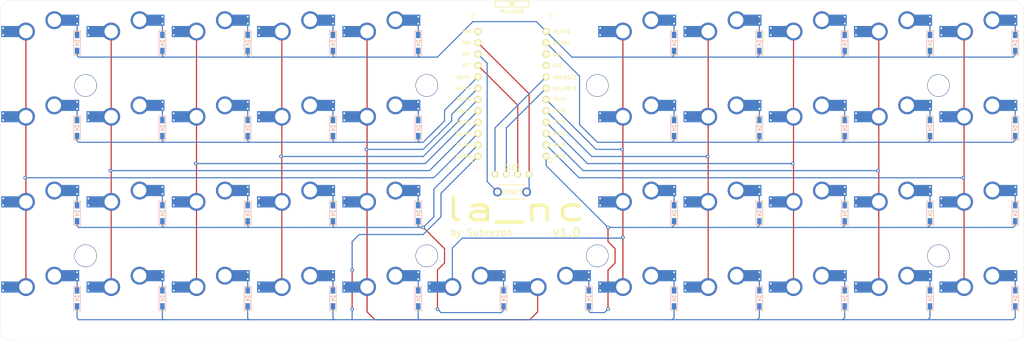
<source format=kicad_pcb>
(kicad_pcb (version 20171130) (host pcbnew 5.1.9+dfsg1-1)
  (layers (0 F.Cu signal) (31 B.Cu signal) (34 B.Paste user) (35 F.Paste user) (36 B.SilkS user) (37 F.SilkS user) (38 B.Mask user) (39 F.Mask user) (44 Edge.Cuts user))
  (net 0 "")
  (net 1 "Net-(D1-Pad2)")
  (net 2 "Net-(D2-Pad2)")
  (net 3 "Net-(D3-Pad2)")
  (net 4 "Net-(D4-Pad2)")
  (net 5 "Net-(D5-Pad2)")
  (net 6 "Net-(D6-Pad2)")
  (net 7 "Net-(D7-Pad2)")
  (net 8 "Net-(D8-Pad2)")
  (net 9 "Net-(D9-Pad2)")
  (net 10 "Net-(D10-Pad2)")
  (net 11 "Net-(D11-Pad2)")
  (net 12 "Net-(D12-Pad2)")
  (net 13 "Net-(D13-Pad2)")
  (net 14 "Net-(D14-Pad2)")
  (net 15 "Net-(D15-Pad2)")
  (net 16 "Net-(D16-Pad2)")
  (net 17 "Net-(D17-Pad2)")
  (net 18 "Net-(D18-Pad2)")
  (net 19 "Net-(D19-Pad2)")
  (net 20 "Net-(D20-Pad2)")
  (net 21 "Net-(D21-Pad2)")
  (net 22 "Net-(D22-Pad2)")
  (net 23 "Net-(D23-Pad2)")
  (net 24 "Net-(D24-Pad2)")
  (net 25 "Net-(D25-Pad2)")
  (net 26 "Net-(D26-Pad2)")
  (net 27 "Net-(D27-Pad2)")
  (net 28 "Net-(D28-Pad2)")
  (net 29 "Net-(D29-Pad2)")
  (net 30 "Net-(D30-Pad2)")
  (net 31 "Net-(D31-Pad2)")
  (net 32 "Net-(D32-Pad2)")
  (net 33 "Net-(D33-Pad2)")
  (net 34 "Net-(D34-Pad2)")
  (net 35 "Net-(D35-Pad2)")
  (net 36 "Net-(D36-Pad2)")
  (net 37 "Net-(D37-Pad2)")
  (net 38 "Net-(D38-Pad2)")
  (net 39 "Net-(D39-Pad2)")
  (net 40 "Net-(D40-Pad2)")
  (net 41 "Net-(D41-Pad2)")
  (net 42 "Net-(D42-Pad2)")
  (net 43 GND)
  (net 44 VCC)
  (net 45 SCL)
  (net 46 SDA)
  (net 47 RST)
  (net 48 "Net-(U1-Pad24)")
  (net 49 "Net-(U1-Pad4)")
  (net 50 "Net-(U1-Pad3)")
  (net 51 ROW0)
  (net 52 ROW1)
  (net 53 ROW2)
  (net 54 ROW3)
  (net 55 ROW4)
  (net 56 COL0)
  (net 57 COL1)
  (net 58 COL2)
  (net 59 COL3)
  (net 60 COL4)
  (net 61 COL5)
  (net 62 COL6)
  (net 63 COL7)
  (net 64 COL8)
  (net 65 COL9)
  (net 66 ROW5)
  (module la_nc:la_nc-text (layer F.Cu) (at 146.84375 78.58125)
    (fp_text reference REF** hide)
    (fp_text value la_nc-text hide)
    (fp_text user v1.0 (at 11.43 5.08) (layer F.SilkS) (effects (font (size 2 2) (thickness 0.25))))
    (fp_text user "by Subrezon" (at -7.62 5.08) (layer F.SilkS) (effects (font (size 1.5 1.5) (thickness 0.2))))
    (fp_text user la_nc (at 0 0) (layer F.SilkS) (effects (font (size 5 8) (thickness 0.7))))
  )
  (module la_nc:la_nc-text (layer F.Cu) (at 146.05 80.9625)
    (fp_text reference REF** hide)
    (fp_text value la_nc-text hide)
  )
  (module MX_Only:MXOnly-1U-Hotswap-Antishear (layer F.Cu) (at 155.575 98.425)
    (fp_text reference MX42)
    (fp_text value MX-NoLED)
    (pad 2 smd rect (at 5.842 -5.08) (size 4.5 2.5) (layers B.Cu) (net 42 "Net-(D42-Pad2)"))
    (pad 1 smd rect (at -7.085 -2.54) (size 4.5 2.5) (layers B.Cu) (net 60 COL4))
    (pad 2 thru_hole circle (at 7.62 -4.318) (size 0.8 0.8) (drill 0.4) (layers *.Cu) (net 42 "Net-(D42-Pad2)"))
    (pad 1 thru_hole circle (at -8.89 -1.778) (size 0.8 0.8) (drill 0.4) (layers *.Cu) (net 60 COL4))
    (pad 2 thru_hole circle (at 7.62 -5.842) (size 0.8 0.8) (drill 0.4) (layers *.Cu) (net 42 "Net-(D42-Pad2)"))
    (pad 1 thru_hole circle (at -8.89 -3.302) (size 0.8 0.8) (drill 0.4) (layers *.Cu) (net 60 COL4))
    (pad "" np_thru_hole circle (at 5.08 0 48.0996) (size 1.75 1.75) (drill 1.75) (layers *.Cu *.Mask))
    (pad "" np_thru_hole circle (at -5.08 0 48.0996) (size 1.75 1.75) (drill 1.75) (layers *.Cu *.Mask))
    (pad 1 thru_hole circle (at -3.81 -2.54) (size 4 4) (drill 3) (layers *.Cu) (net 60 COL4))
    (pad "" np_thru_hole circle (at 0 0) (size 3.9878 3.9878) (drill 3.9878) (layers *.Cu *.Mask))
    (pad 2 thru_hole circle (at 2.54 -5.08) (size 4 4) (drill 3) (layers *.Cu) (net 42 "Net-(D42-Pad2)"))
  )
  (module MX_Only:MXOnly-1U-Hotswap-Antishear (layer F.Cu) (at 136.525 98.425)
    (fp_text reference MX41)
    (fp_text value MX-NoLED)
    (pad 2 smd rect (at 5.842 -5.08) (size 4.5 2.5) (layers B.Cu) (net 41 "Net-(D41-Pad2)"))
    (pad 1 smd rect (at -7.085 -2.54) (size 4.5 2.5) (layers B.Cu) (net 61 COL5))
    (pad 2 thru_hole circle (at 7.62 -4.318) (size 0.8 0.8) (drill 0.4) (layers *.Cu) (net 41 "Net-(D41-Pad2)"))
    (pad 1 thru_hole circle (at -8.89 -1.778) (size 0.8 0.8) (drill 0.4) (layers *.Cu) (net 61 COL5))
    (pad 2 thru_hole circle (at 7.62 -5.842) (size 0.8 0.8) (drill 0.4) (layers *.Cu) (net 41 "Net-(D41-Pad2)"))
    (pad 1 thru_hole circle (at -8.89 -3.302) (size 0.8 0.8) (drill 0.4) (layers *.Cu) (net 61 COL5))
    (pad "" np_thru_hole circle (at 5.08 0 48.0996) (size 1.75 1.75) (drill 1.75) (layers *.Cu *.Mask))
    (pad "" np_thru_hole circle (at -5.08 0 48.0996) (size 1.75 1.75) (drill 1.75) (layers *.Cu *.Mask))
    (pad 1 thru_hole circle (at -3.81 -2.54) (size 4 4) (drill 3) (layers *.Cu) (net 61 COL5))
    (pad "" np_thru_hole circle (at 0 0) (size 3.9878 3.9878) (drill 3.9878) (layers *.Cu *.Mask))
    (pad 2 thru_hole circle (at 2.54 -5.08) (size 4 4) (drill 3) (layers *.Cu) (net 41 "Net-(D41-Pad2)"))
  )
  (module MX_Only:MXOnly-1U-Hotswap-Antishear (layer F.Cu) (at 250.825 98.425)
    (fp_text reference MX40)
    (fp_text value MX-NoLED)
    (pad 2 smd rect (at 5.842 -5.08) (size 4.5 2.5) (layers B.Cu) (net 40 "Net-(D40-Pad2)"))
    (pad 1 smd rect (at -7.085 -2.54) (size 4.5 2.5) (layers B.Cu) (net 65 COL9))
    (pad 2 thru_hole circle (at 7.62 -4.318) (size 0.8 0.8) (drill 0.4) (layers *.Cu) (net 40 "Net-(D40-Pad2)"))
    (pad 1 thru_hole circle (at -8.89 -1.778) (size 0.8 0.8) (drill 0.4) (layers *.Cu) (net 65 COL9))
    (pad 2 thru_hole circle (at 7.62 -5.842) (size 0.8 0.8) (drill 0.4) (layers *.Cu) (net 40 "Net-(D40-Pad2)"))
    (pad 1 thru_hole circle (at -8.89 -3.302) (size 0.8 0.8) (drill 0.4) (layers *.Cu) (net 65 COL9))
    (pad "" np_thru_hole circle (at 5.08 0 48.0996) (size 1.75 1.75) (drill 1.75) (layers *.Cu *.Mask))
    (pad "" np_thru_hole circle (at -5.08 0 48.0996) (size 1.75 1.75) (drill 1.75) (layers *.Cu *.Mask))
    (pad 1 thru_hole circle (at -3.81 -2.54) (size 4 4) (drill 3) (layers *.Cu) (net 65 COL9))
    (pad "" np_thru_hole circle (at 0 0) (size 3.9878 3.9878) (drill 3.9878) (layers *.Cu *.Mask))
    (pad 2 thru_hole circle (at 2.54 -5.08) (size 4 4) (drill 3) (layers *.Cu) (net 40 "Net-(D40-Pad2)"))
  )
  (module MX_Only:MXOnly-1U-Hotswap-Antishear (layer F.Cu) (at 231.775 98.425)
    (fp_text reference MX39)
    (fp_text value MX-NoLED)
    (pad 2 smd rect (at 5.842 -5.08) (size 4.5 2.5) (layers B.Cu) (net 39 "Net-(D39-Pad2)"))
    (pad 1 smd rect (at -7.085 -2.54) (size 4.5 2.5) (layers B.Cu) (net 64 COL8))
    (pad 2 thru_hole circle (at 7.62 -4.318) (size 0.8 0.8) (drill 0.4) (layers *.Cu) (net 39 "Net-(D39-Pad2)"))
    (pad 1 thru_hole circle (at -8.89 -1.778) (size 0.8 0.8) (drill 0.4) (layers *.Cu) (net 64 COL8))
    (pad 2 thru_hole circle (at 7.62 -5.842) (size 0.8 0.8) (drill 0.4) (layers *.Cu) (net 39 "Net-(D39-Pad2)"))
    (pad 1 thru_hole circle (at -8.89 -3.302) (size 0.8 0.8) (drill 0.4) (layers *.Cu) (net 64 COL8))
    (pad "" np_thru_hole circle (at 5.08 0 48.0996) (size 1.75 1.75) (drill 1.75) (layers *.Cu *.Mask))
    (pad "" np_thru_hole circle (at -5.08 0 48.0996) (size 1.75 1.75) (drill 1.75) (layers *.Cu *.Mask))
    (pad 1 thru_hole circle (at -3.81 -2.54) (size 4 4) (drill 3) (layers *.Cu) (net 64 COL8))
    (pad "" np_thru_hole circle (at 0 0) (size 3.9878 3.9878) (drill 3.9878) (layers *.Cu *.Mask))
    (pad 2 thru_hole circle (at 2.54 -5.08) (size 4 4) (drill 3) (layers *.Cu) (net 39 "Net-(D39-Pad2)"))
  )
  (module MX_Only:MXOnly-1U-Hotswap-Antishear (layer F.Cu) (at 212.725 98.425)
    (fp_text reference MX38)
    (fp_text value MX-NoLED)
    (pad 2 smd rect (at 5.842 -5.08) (size 4.5 2.5) (layers B.Cu) (net 38 "Net-(D38-Pad2)"))
    (pad 1 smd rect (at -7.085 -2.54) (size 4.5 2.5) (layers B.Cu) (net 63 COL7))
    (pad 2 thru_hole circle (at 7.62 -4.318) (size 0.8 0.8) (drill 0.4) (layers *.Cu) (net 38 "Net-(D38-Pad2)"))
    (pad 1 thru_hole circle (at -8.89 -1.778) (size 0.8 0.8) (drill 0.4) (layers *.Cu) (net 63 COL7))
    (pad 2 thru_hole circle (at 7.62 -5.842) (size 0.8 0.8) (drill 0.4) (layers *.Cu) (net 38 "Net-(D38-Pad2)"))
    (pad 1 thru_hole circle (at -8.89 -3.302) (size 0.8 0.8) (drill 0.4) (layers *.Cu) (net 63 COL7))
    (pad "" np_thru_hole circle (at 5.08 0 48.0996) (size 1.75 1.75) (drill 1.75) (layers *.Cu *.Mask))
    (pad "" np_thru_hole circle (at -5.08 0 48.0996) (size 1.75 1.75) (drill 1.75) (layers *.Cu *.Mask))
    (pad 1 thru_hole circle (at -3.81 -2.54) (size 4 4) (drill 3) (layers *.Cu) (net 63 COL7))
    (pad "" np_thru_hole circle (at 0 0) (size 3.9878 3.9878) (drill 3.9878) (layers *.Cu *.Mask))
    (pad 2 thru_hole circle (at 2.54 -5.08) (size 4 4) (drill 3) (layers *.Cu) (net 38 "Net-(D38-Pad2)"))
  )
  (module MX_Only:MXOnly-1U-Hotswap-Antishear (layer F.Cu) (at 193.675 98.425)
    (fp_text reference MX37)
    (fp_text value MX-NoLED)
    (pad 2 smd rect (at 5.842 -5.08) (size 4.5 2.5) (layers B.Cu) (net 37 "Net-(D37-Pad2)"))
    (pad 1 smd rect (at -7.085 -2.54) (size 4.5 2.5) (layers B.Cu) (net 62 COL6))
    (pad 2 thru_hole circle (at 7.62 -4.318) (size 0.8 0.8) (drill 0.4) (layers *.Cu) (net 37 "Net-(D37-Pad2)"))
    (pad 1 thru_hole circle (at -8.89 -1.778) (size 0.8 0.8) (drill 0.4) (layers *.Cu) (net 62 COL6))
    (pad 2 thru_hole circle (at 7.62 -5.842) (size 0.8 0.8) (drill 0.4) (layers *.Cu) (net 37 "Net-(D37-Pad2)"))
    (pad 1 thru_hole circle (at -8.89 -3.302) (size 0.8 0.8) (drill 0.4) (layers *.Cu) (net 62 COL6))
    (pad "" np_thru_hole circle (at 5.08 0 48.0996) (size 1.75 1.75) (drill 1.75) (layers *.Cu *.Mask))
    (pad "" np_thru_hole circle (at -5.08 0 48.0996) (size 1.75 1.75) (drill 1.75) (layers *.Cu *.Mask))
    (pad 1 thru_hole circle (at -3.81 -2.54) (size 4 4) (drill 3) (layers *.Cu) (net 62 COL6))
    (pad "" np_thru_hole circle (at 0 0) (size 3.9878 3.9878) (drill 3.9878) (layers *.Cu *.Mask))
    (pad 2 thru_hole circle (at 2.54 -5.08) (size 4 4) (drill 3) (layers *.Cu) (net 37 "Net-(D37-Pad2)"))
  )
  (module MX_Only:MXOnly-1U-Hotswap-Antishear (layer F.Cu) (at 174.625 98.425)
    (fp_text reference MX36)
    (fp_text value MX-NoLED)
    (pad 2 smd rect (at 5.842 -5.08) (size 4.5 2.5) (layers B.Cu) (net 36 "Net-(D36-Pad2)"))
    (pad 1 smd rect (at -7.085 -2.54) (size 4.5 2.5) (layers B.Cu) (net 61 COL5))
    (pad 2 thru_hole circle (at 7.62 -4.318) (size 0.8 0.8) (drill 0.4) (layers *.Cu) (net 36 "Net-(D36-Pad2)"))
    (pad 1 thru_hole circle (at -8.89 -1.778) (size 0.8 0.8) (drill 0.4) (layers *.Cu) (net 61 COL5))
    (pad 2 thru_hole circle (at 7.62 -5.842) (size 0.8 0.8) (drill 0.4) (layers *.Cu) (net 36 "Net-(D36-Pad2)"))
    (pad 1 thru_hole circle (at -8.89 -3.302) (size 0.8 0.8) (drill 0.4) (layers *.Cu) (net 61 COL5))
    (pad "" np_thru_hole circle (at 5.08 0 48.0996) (size 1.75 1.75) (drill 1.75) (layers *.Cu *.Mask))
    (pad "" np_thru_hole circle (at -5.08 0 48.0996) (size 1.75 1.75) (drill 1.75) (layers *.Cu *.Mask))
    (pad 1 thru_hole circle (at -3.81 -2.54) (size 4 4) (drill 3) (layers *.Cu) (net 61 COL5))
    (pad "" np_thru_hole circle (at 0 0) (size 3.9878 3.9878) (drill 3.9878) (layers *.Cu *.Mask))
    (pad 2 thru_hole circle (at 2.54 -5.08) (size 4 4) (drill 3) (layers *.Cu) (net 36 "Net-(D36-Pad2)"))
  )
  (module MX_Only:MXOnly-1U-Hotswap-Antishear (layer F.Cu) (at 117.475 98.425)
    (fp_text reference MX35)
    (fp_text value MX-NoLED)
    (pad 2 smd rect (at 5.842 -5.08) (size 4.5 2.5) (layers B.Cu) (net 35 "Net-(D35-Pad2)"))
    (pad 1 smd rect (at -7.085 -2.54) (size 4.5 2.5) (layers B.Cu) (net 60 COL4))
    (pad 2 thru_hole circle (at 7.62 -4.318) (size 0.8 0.8) (drill 0.4) (layers *.Cu) (net 35 "Net-(D35-Pad2)"))
    (pad 1 thru_hole circle (at -8.89 -1.778) (size 0.8 0.8) (drill 0.4) (layers *.Cu) (net 60 COL4))
    (pad 2 thru_hole circle (at 7.62 -5.842) (size 0.8 0.8) (drill 0.4) (layers *.Cu) (net 35 "Net-(D35-Pad2)"))
    (pad 1 thru_hole circle (at -8.89 -3.302) (size 0.8 0.8) (drill 0.4) (layers *.Cu) (net 60 COL4))
    (pad "" np_thru_hole circle (at 5.08 0 48.0996) (size 1.75 1.75) (drill 1.75) (layers *.Cu *.Mask))
    (pad "" np_thru_hole circle (at -5.08 0 48.0996) (size 1.75 1.75) (drill 1.75) (layers *.Cu *.Mask))
    (pad 1 thru_hole circle (at -3.81 -2.54) (size 4 4) (drill 3) (layers *.Cu) (net 60 COL4))
    (pad "" np_thru_hole circle (at 0 0) (size 3.9878 3.9878) (drill 3.9878) (layers *.Cu *.Mask))
    (pad 2 thru_hole circle (at 2.54 -5.08) (size 4 4) (drill 3) (layers *.Cu) (net 35 "Net-(D35-Pad2)"))
  )
  (module MX_Only:MXOnly-1U-Hotswap-Antishear (layer F.Cu) (at 98.425 98.425)
    (fp_text reference MX34)
    (fp_text value MX-NoLED)
    (pad 2 smd rect (at 5.842 -5.08) (size 4.5 2.5) (layers B.Cu) (net 34 "Net-(D34-Pad2)"))
    (pad 1 smd rect (at -7.085 -2.54) (size 4.5 2.5) (layers B.Cu) (net 59 COL3))
    (pad 2 thru_hole circle (at 7.62 -4.318) (size 0.8 0.8) (drill 0.4) (layers *.Cu) (net 34 "Net-(D34-Pad2)"))
    (pad 1 thru_hole circle (at -8.89 -1.778) (size 0.8 0.8) (drill 0.4) (layers *.Cu) (net 59 COL3))
    (pad 2 thru_hole circle (at 7.62 -5.842) (size 0.8 0.8) (drill 0.4) (layers *.Cu) (net 34 "Net-(D34-Pad2)"))
    (pad 1 thru_hole circle (at -8.89 -3.302) (size 0.8 0.8) (drill 0.4) (layers *.Cu) (net 59 COL3))
    (pad "" np_thru_hole circle (at 5.08 0 48.0996) (size 1.75 1.75) (drill 1.75) (layers *.Cu *.Mask))
    (pad "" np_thru_hole circle (at -5.08 0 48.0996) (size 1.75 1.75) (drill 1.75) (layers *.Cu *.Mask))
    (pad 1 thru_hole circle (at -3.81 -2.54) (size 4 4) (drill 3) (layers *.Cu) (net 59 COL3))
    (pad "" np_thru_hole circle (at 0 0) (size 3.9878 3.9878) (drill 3.9878) (layers *.Cu *.Mask))
    (pad 2 thru_hole circle (at 2.54 -5.08) (size 4 4) (drill 3) (layers *.Cu) (net 34 "Net-(D34-Pad2)"))
  )
  (module MX_Only:MXOnly-1U-Hotswap-Antishear (layer F.Cu) (at 79.375 98.425)
    (fp_text reference MX33)
    (fp_text value MX-NoLED)
    (pad 2 smd rect (at 5.842 -5.08) (size 4.5 2.5) (layers B.Cu) (net 33 "Net-(D33-Pad2)"))
    (pad 1 smd rect (at -7.085 -2.54) (size 4.5 2.5) (layers B.Cu) (net 58 COL2))
    (pad 2 thru_hole circle (at 7.62 -4.318) (size 0.8 0.8) (drill 0.4) (layers *.Cu) (net 33 "Net-(D33-Pad2)"))
    (pad 1 thru_hole circle (at -8.89 -1.778) (size 0.8 0.8) (drill 0.4) (layers *.Cu) (net 58 COL2))
    (pad 2 thru_hole circle (at 7.62 -5.842) (size 0.8 0.8) (drill 0.4) (layers *.Cu) (net 33 "Net-(D33-Pad2)"))
    (pad 1 thru_hole circle (at -8.89 -3.302) (size 0.8 0.8) (drill 0.4) (layers *.Cu) (net 58 COL2))
    (pad "" np_thru_hole circle (at 5.08 0 48.0996) (size 1.75 1.75) (drill 1.75) (layers *.Cu *.Mask))
    (pad "" np_thru_hole circle (at -5.08 0 48.0996) (size 1.75 1.75) (drill 1.75) (layers *.Cu *.Mask))
    (pad 1 thru_hole circle (at -3.81 -2.54) (size 4 4) (drill 3) (layers *.Cu) (net 58 COL2))
    (pad "" np_thru_hole circle (at 0 0) (size 3.9878 3.9878) (drill 3.9878) (layers *.Cu *.Mask))
    (pad 2 thru_hole circle (at 2.54 -5.08) (size 4 4) (drill 3) (layers *.Cu) (net 33 "Net-(D33-Pad2)"))
  )
  (module MX_Only:MXOnly-1U-Hotswap-Antishear (layer F.Cu) (at 60.325 98.425)
    (fp_text reference MX32)
    (fp_text value MX-NoLED)
    (pad 2 smd rect (at 5.842 -5.08) (size 4.5 2.5) (layers B.Cu) (net 32 "Net-(D32-Pad2)"))
    (pad 1 smd rect (at -7.085 -2.54) (size 4.5 2.5) (layers B.Cu) (net 57 COL1))
    (pad 2 thru_hole circle (at 7.62 -4.318) (size 0.8 0.8) (drill 0.4) (layers *.Cu) (net 32 "Net-(D32-Pad2)"))
    (pad 1 thru_hole circle (at -8.89 -1.778) (size 0.8 0.8) (drill 0.4) (layers *.Cu) (net 57 COL1))
    (pad 2 thru_hole circle (at 7.62 -5.842) (size 0.8 0.8) (drill 0.4) (layers *.Cu) (net 32 "Net-(D32-Pad2)"))
    (pad 1 thru_hole circle (at -8.89 -3.302) (size 0.8 0.8) (drill 0.4) (layers *.Cu) (net 57 COL1))
    (pad "" np_thru_hole circle (at 5.08 0 48.0996) (size 1.75 1.75) (drill 1.75) (layers *.Cu *.Mask))
    (pad "" np_thru_hole circle (at -5.08 0 48.0996) (size 1.75 1.75) (drill 1.75) (layers *.Cu *.Mask))
    (pad 1 thru_hole circle (at -3.81 -2.54) (size 4 4) (drill 3) (layers *.Cu) (net 57 COL1))
    (pad "" np_thru_hole circle (at 0 0) (size 3.9878 3.9878) (drill 3.9878) (layers *.Cu *.Mask))
    (pad 2 thru_hole circle (at 2.54 -5.08) (size 4 4) (drill 3) (layers *.Cu) (net 32 "Net-(D32-Pad2)"))
  )
  (module MX_Only:MXOnly-1U-Hotswap-Antishear (layer F.Cu) (at 41.275 98.425)
    (fp_text reference MX31)
    (fp_text value MX-NoLED)
    (pad 2 smd rect (at 5.842 -5.08) (size 4.5 2.5) (layers B.Cu) (net 31 "Net-(D31-Pad2)"))
    (pad 1 smd rect (at -7.085 -2.54) (size 4.5 2.5) (layers B.Cu) (net 56 COL0))
    (pad 2 thru_hole circle (at 7.62 -4.318) (size 0.8 0.8) (drill 0.4) (layers *.Cu) (net 31 "Net-(D31-Pad2)"))
    (pad 1 thru_hole circle (at -8.89 -1.778) (size 0.8 0.8) (drill 0.4) (layers *.Cu) (net 56 COL0))
    (pad 2 thru_hole circle (at 7.62 -5.842) (size 0.8 0.8) (drill 0.4) (layers *.Cu) (net 31 "Net-(D31-Pad2)"))
    (pad 1 thru_hole circle (at -8.89 -3.302) (size 0.8 0.8) (drill 0.4) (layers *.Cu) (net 56 COL0))
    (pad "" np_thru_hole circle (at 5.08 0 48.0996) (size 1.75 1.75) (drill 1.75) (layers *.Cu *.Mask))
    (pad "" np_thru_hole circle (at -5.08 0 48.0996) (size 1.75 1.75) (drill 1.75) (layers *.Cu *.Mask))
    (pad 1 thru_hole circle (at -3.81 -2.54) (size 4 4) (drill 3) (layers *.Cu) (net 56 COL0))
    (pad "" np_thru_hole circle (at 0 0) (size 3.9878 3.9878) (drill 3.9878) (layers *.Cu *.Mask))
    (pad 2 thru_hole circle (at 2.54 -5.08) (size 4 4) (drill 3) (layers *.Cu) (net 31 "Net-(D31-Pad2)"))
  )
  (module MX_Only:MXOnly-1U-Hotswap-Antishear (layer F.Cu) (at 250.825 79.375)
    (fp_text reference MX30)
    (fp_text value MX-NoLED)
    (pad 2 smd rect (at 5.842 -5.08) (size 4.5 2.5) (layers B.Cu) (net 30 "Net-(D30-Pad2)"))
    (pad 1 smd rect (at -7.085 -2.54) (size 4.5 2.5) (layers B.Cu) (net 65 COL9))
    (pad 2 thru_hole circle (at 7.62 -4.318) (size 0.8 0.8) (drill 0.4) (layers *.Cu) (net 30 "Net-(D30-Pad2)"))
    (pad 1 thru_hole circle (at -8.89 -1.778) (size 0.8 0.8) (drill 0.4) (layers *.Cu) (net 65 COL9))
    (pad 2 thru_hole circle (at 7.62 -5.842) (size 0.8 0.8) (drill 0.4) (layers *.Cu) (net 30 "Net-(D30-Pad2)"))
    (pad 1 thru_hole circle (at -8.89 -3.302) (size 0.8 0.8) (drill 0.4) (layers *.Cu) (net 65 COL9))
    (pad "" np_thru_hole circle (at 5.08 0 48.0996) (size 1.75 1.75) (drill 1.75) (layers *.Cu *.Mask))
    (pad "" np_thru_hole circle (at -5.08 0 48.0996) (size 1.75 1.75) (drill 1.75) (layers *.Cu *.Mask))
    (pad 1 thru_hole circle (at -3.81 -2.54) (size 4 4) (drill 3) (layers *.Cu) (net 65 COL9))
    (pad "" np_thru_hole circle (at 0 0) (size 3.9878 3.9878) (drill 3.9878) (layers *.Cu *.Mask))
    (pad 2 thru_hole circle (at 2.54 -5.08) (size 4 4) (drill 3) (layers *.Cu) (net 30 "Net-(D30-Pad2)"))
  )
  (module MX_Only:MXOnly-1U-Hotswap-Antishear (layer F.Cu) (at 231.775 79.375)
    (fp_text reference MX29)
    (fp_text value MX-NoLED)
    (pad 2 smd rect (at 5.842 -5.08) (size 4.5 2.5) (layers B.Cu) (net 29 "Net-(D29-Pad2)"))
    (pad 1 smd rect (at -7.085 -2.54) (size 4.5 2.5) (layers B.Cu) (net 64 COL8))
    (pad 2 thru_hole circle (at 7.62 -4.318) (size 0.8 0.8) (drill 0.4) (layers *.Cu) (net 29 "Net-(D29-Pad2)"))
    (pad 1 thru_hole circle (at -8.89 -1.778) (size 0.8 0.8) (drill 0.4) (layers *.Cu) (net 64 COL8))
    (pad 2 thru_hole circle (at 7.62 -5.842) (size 0.8 0.8) (drill 0.4) (layers *.Cu) (net 29 "Net-(D29-Pad2)"))
    (pad 1 thru_hole circle (at -8.89 -3.302) (size 0.8 0.8) (drill 0.4) (layers *.Cu) (net 64 COL8))
    (pad "" np_thru_hole circle (at 5.08 0 48.0996) (size 1.75 1.75) (drill 1.75) (layers *.Cu *.Mask))
    (pad "" np_thru_hole circle (at -5.08 0 48.0996) (size 1.75 1.75) (drill 1.75) (layers *.Cu *.Mask))
    (pad 1 thru_hole circle (at -3.81 -2.54) (size 4 4) (drill 3) (layers *.Cu) (net 64 COL8))
    (pad "" np_thru_hole circle (at 0 0) (size 3.9878 3.9878) (drill 3.9878) (layers *.Cu *.Mask))
    (pad 2 thru_hole circle (at 2.54 -5.08) (size 4 4) (drill 3) (layers *.Cu) (net 29 "Net-(D29-Pad2)"))
  )
  (module MX_Only:MXOnly-1U-Hotswap-Antishear (layer F.Cu) (at 212.725 79.375)
    (fp_text reference MX28)
    (fp_text value MX-NoLED)
    (pad 2 smd rect (at 5.842 -5.08) (size 4.5 2.5) (layers B.Cu) (net 28 "Net-(D28-Pad2)"))
    (pad 1 smd rect (at -7.085 -2.54) (size 4.5 2.5) (layers B.Cu) (net 63 COL7))
    (pad 2 thru_hole circle (at 7.62 -4.318) (size 0.8 0.8) (drill 0.4) (layers *.Cu) (net 28 "Net-(D28-Pad2)"))
    (pad 1 thru_hole circle (at -8.89 -1.778) (size 0.8 0.8) (drill 0.4) (layers *.Cu) (net 63 COL7))
    (pad 2 thru_hole circle (at 7.62 -5.842) (size 0.8 0.8) (drill 0.4) (layers *.Cu) (net 28 "Net-(D28-Pad2)"))
    (pad 1 thru_hole circle (at -8.89 -3.302) (size 0.8 0.8) (drill 0.4) (layers *.Cu) (net 63 COL7))
    (pad "" np_thru_hole circle (at 5.08 0 48.0996) (size 1.75 1.75) (drill 1.75) (layers *.Cu *.Mask))
    (pad "" np_thru_hole circle (at -5.08 0 48.0996) (size 1.75 1.75) (drill 1.75) (layers *.Cu *.Mask))
    (pad 1 thru_hole circle (at -3.81 -2.54) (size 4 4) (drill 3) (layers *.Cu) (net 63 COL7))
    (pad "" np_thru_hole circle (at 0 0) (size 3.9878 3.9878) (drill 3.9878) (layers *.Cu *.Mask))
    (pad 2 thru_hole circle (at 2.54 -5.08) (size 4 4) (drill 3) (layers *.Cu) (net 28 "Net-(D28-Pad2)"))
  )
  (module MX_Only:MXOnly-1U-Hotswap-Antishear (layer F.Cu) (at 193.675 79.375)
    (fp_text reference MX27)
    (fp_text value MX-NoLED)
    (pad 2 smd rect (at 5.842 -5.08) (size 4.5 2.5) (layers B.Cu) (net 27 "Net-(D27-Pad2)"))
    (pad 1 smd rect (at -7.085 -2.54) (size 4.5 2.5) (layers B.Cu) (net 62 COL6))
    (pad 2 thru_hole circle (at 7.62 -4.318) (size 0.8 0.8) (drill 0.4) (layers *.Cu) (net 27 "Net-(D27-Pad2)"))
    (pad 1 thru_hole circle (at -8.89 -1.778) (size 0.8 0.8) (drill 0.4) (layers *.Cu) (net 62 COL6))
    (pad 2 thru_hole circle (at 7.62 -5.842) (size 0.8 0.8) (drill 0.4) (layers *.Cu) (net 27 "Net-(D27-Pad2)"))
    (pad 1 thru_hole circle (at -8.89 -3.302) (size 0.8 0.8) (drill 0.4) (layers *.Cu) (net 62 COL6))
    (pad "" np_thru_hole circle (at 5.08 0 48.0996) (size 1.75 1.75) (drill 1.75) (layers *.Cu *.Mask))
    (pad "" np_thru_hole circle (at -5.08 0 48.0996) (size 1.75 1.75) (drill 1.75) (layers *.Cu *.Mask))
    (pad 1 thru_hole circle (at -3.81 -2.54) (size 4 4) (drill 3) (layers *.Cu) (net 62 COL6))
    (pad "" np_thru_hole circle (at 0 0) (size 3.9878 3.9878) (drill 3.9878) (layers *.Cu *.Mask))
    (pad 2 thru_hole circle (at 2.54 -5.08) (size 4 4) (drill 3) (layers *.Cu) (net 27 "Net-(D27-Pad2)"))
  )
  (module MX_Only:MXOnly-1U-Hotswap-Antishear (layer F.Cu) (at 174.625 79.375)
    (fp_text reference MX26)
    (fp_text value MX-NoLED)
    (pad 2 smd rect (at 5.842 -5.08) (size 4.5 2.5) (layers B.Cu) (net 26 "Net-(D26-Pad2)"))
    (pad 1 smd rect (at -7.085 -2.54) (size 4.5 2.5) (layers B.Cu) (net 61 COL5))
    (pad 2 thru_hole circle (at 7.62 -4.318) (size 0.8 0.8) (drill 0.4) (layers *.Cu) (net 26 "Net-(D26-Pad2)"))
    (pad 1 thru_hole circle (at -8.89 -1.778) (size 0.8 0.8) (drill 0.4) (layers *.Cu) (net 61 COL5))
    (pad 2 thru_hole circle (at 7.62 -5.842) (size 0.8 0.8) (drill 0.4) (layers *.Cu) (net 26 "Net-(D26-Pad2)"))
    (pad 1 thru_hole circle (at -8.89 -3.302) (size 0.8 0.8) (drill 0.4) (layers *.Cu) (net 61 COL5))
    (pad "" np_thru_hole circle (at 5.08 0 48.0996) (size 1.75 1.75) (drill 1.75) (layers *.Cu *.Mask))
    (pad "" np_thru_hole circle (at -5.08 0 48.0996) (size 1.75 1.75) (drill 1.75) (layers *.Cu *.Mask))
    (pad 1 thru_hole circle (at -3.81 -2.54) (size 4 4) (drill 3) (layers *.Cu) (net 61 COL5))
    (pad "" np_thru_hole circle (at 0 0) (size 3.9878 3.9878) (drill 3.9878) (layers *.Cu *.Mask))
    (pad 2 thru_hole circle (at 2.54 -5.08) (size 4 4) (drill 3) (layers *.Cu) (net 26 "Net-(D26-Pad2)"))
  )
  (module MX_Only:MXOnly-1U-Hotswap-Antishear (layer F.Cu) (at 117.475 79.375)
    (fp_text reference MX25)
    (fp_text value MX-NoLED)
    (pad 2 smd rect (at 5.842 -5.08) (size 4.5 2.5) (layers B.Cu) (net 25 "Net-(D25-Pad2)"))
    (pad 1 smd rect (at -7.085 -2.54) (size 4.5 2.5) (layers B.Cu) (net 60 COL4))
    (pad 2 thru_hole circle (at 7.62 -4.318) (size 0.8 0.8) (drill 0.4) (layers *.Cu) (net 25 "Net-(D25-Pad2)"))
    (pad 1 thru_hole circle (at -8.89 -1.778) (size 0.8 0.8) (drill 0.4) (layers *.Cu) (net 60 COL4))
    (pad 2 thru_hole circle (at 7.62 -5.842) (size 0.8 0.8) (drill 0.4) (layers *.Cu) (net 25 "Net-(D25-Pad2)"))
    (pad 1 thru_hole circle (at -8.89 -3.302) (size 0.8 0.8) (drill 0.4) (layers *.Cu) (net 60 COL4))
    (pad "" np_thru_hole circle (at 5.08 0 48.0996) (size 1.75 1.75) (drill 1.75) (layers *.Cu *.Mask))
    (pad "" np_thru_hole circle (at -5.08 0 48.0996) (size 1.75 1.75) (drill 1.75) (layers *.Cu *.Mask))
    (pad 1 thru_hole circle (at -3.81 -2.54) (size 4 4) (drill 3) (layers *.Cu) (net 60 COL4))
    (pad "" np_thru_hole circle (at 0 0) (size 3.9878 3.9878) (drill 3.9878) (layers *.Cu *.Mask))
    (pad 2 thru_hole circle (at 2.54 -5.08) (size 4 4) (drill 3) (layers *.Cu) (net 25 "Net-(D25-Pad2)"))
  )
  (module MX_Only:MXOnly-1U-Hotswap-Antishear (layer F.Cu) (at 98.425 79.375)
    (fp_text reference MX24)
    (fp_text value MX-NoLED)
    (pad 2 smd rect (at 5.842 -5.08) (size 4.5 2.5) (layers B.Cu) (net 24 "Net-(D24-Pad2)"))
    (pad 1 smd rect (at -7.085 -2.54) (size 4.5 2.5) (layers B.Cu) (net 59 COL3))
    (pad 2 thru_hole circle (at 7.62 -4.318) (size 0.8 0.8) (drill 0.4) (layers *.Cu) (net 24 "Net-(D24-Pad2)"))
    (pad 1 thru_hole circle (at -8.89 -1.778) (size 0.8 0.8) (drill 0.4) (layers *.Cu) (net 59 COL3))
    (pad 2 thru_hole circle (at 7.62 -5.842) (size 0.8 0.8) (drill 0.4) (layers *.Cu) (net 24 "Net-(D24-Pad2)"))
    (pad 1 thru_hole circle (at -8.89 -3.302) (size 0.8 0.8) (drill 0.4) (layers *.Cu) (net 59 COL3))
    (pad "" np_thru_hole circle (at 5.08 0 48.0996) (size 1.75 1.75) (drill 1.75) (layers *.Cu *.Mask))
    (pad "" np_thru_hole circle (at -5.08 0 48.0996) (size 1.75 1.75) (drill 1.75) (layers *.Cu *.Mask))
    (pad 1 thru_hole circle (at -3.81 -2.54) (size 4 4) (drill 3) (layers *.Cu) (net 59 COL3))
    (pad "" np_thru_hole circle (at 0 0) (size 3.9878 3.9878) (drill 3.9878) (layers *.Cu *.Mask))
    (pad 2 thru_hole circle (at 2.54 -5.08) (size 4 4) (drill 3) (layers *.Cu) (net 24 "Net-(D24-Pad2)"))
  )
  (module MX_Only:MXOnly-1U-Hotswap-Antishear (layer F.Cu) (at 79.375 79.375)
    (fp_text reference MX23)
    (fp_text value MX-NoLED)
    (pad 2 smd rect (at 5.842 -5.08) (size 4.5 2.5) (layers B.Cu) (net 23 "Net-(D23-Pad2)"))
    (pad 1 smd rect (at -7.085 -2.54) (size 4.5 2.5) (layers B.Cu) (net 58 COL2))
    (pad 2 thru_hole circle (at 7.62 -4.318) (size 0.8 0.8) (drill 0.4) (layers *.Cu) (net 23 "Net-(D23-Pad2)"))
    (pad 1 thru_hole circle (at -8.89 -1.778) (size 0.8 0.8) (drill 0.4) (layers *.Cu) (net 58 COL2))
    (pad 2 thru_hole circle (at 7.62 -5.842) (size 0.8 0.8) (drill 0.4) (layers *.Cu) (net 23 "Net-(D23-Pad2)"))
    (pad 1 thru_hole circle (at -8.89 -3.302) (size 0.8 0.8) (drill 0.4) (layers *.Cu) (net 58 COL2))
    (pad "" np_thru_hole circle (at 5.08 0 48.0996) (size 1.75 1.75) (drill 1.75) (layers *.Cu *.Mask))
    (pad "" np_thru_hole circle (at -5.08 0 48.0996) (size 1.75 1.75) (drill 1.75) (layers *.Cu *.Mask))
    (pad 1 thru_hole circle (at -3.81 -2.54) (size 4 4) (drill 3) (layers *.Cu) (net 58 COL2))
    (pad "" np_thru_hole circle (at 0 0) (size 3.9878 3.9878) (drill 3.9878) (layers *.Cu *.Mask))
    (pad 2 thru_hole circle (at 2.54 -5.08) (size 4 4) (drill 3) (layers *.Cu) (net 23 "Net-(D23-Pad2)"))
  )
  (module MX_Only:MXOnly-1U-Hotswap-Antishear (layer F.Cu) (at 60.325 79.375)
    (fp_text reference MX22)
    (fp_text value MX-NoLED)
    (pad 2 smd rect (at 5.842 -5.08) (size 4.5 2.5) (layers B.Cu) (net 22 "Net-(D22-Pad2)"))
    (pad 1 smd rect (at -7.085 -2.54) (size 4.5 2.5) (layers B.Cu) (net 57 COL1))
    (pad 2 thru_hole circle (at 7.62 -4.318) (size 0.8 0.8) (drill 0.4) (layers *.Cu) (net 22 "Net-(D22-Pad2)"))
    (pad 1 thru_hole circle (at -8.89 -1.778) (size 0.8 0.8) (drill 0.4) (layers *.Cu) (net 57 COL1))
    (pad 2 thru_hole circle (at 7.62 -5.842) (size 0.8 0.8) (drill 0.4) (layers *.Cu) (net 22 "Net-(D22-Pad2)"))
    (pad 1 thru_hole circle (at -8.89 -3.302) (size 0.8 0.8) (drill 0.4) (layers *.Cu) (net 57 COL1))
    (pad "" np_thru_hole circle (at 5.08 0 48.0996) (size 1.75 1.75) (drill 1.75) (layers *.Cu *.Mask))
    (pad "" np_thru_hole circle (at -5.08 0 48.0996) (size 1.75 1.75) (drill 1.75) (layers *.Cu *.Mask))
    (pad 1 thru_hole circle (at -3.81 -2.54) (size 4 4) (drill 3) (layers *.Cu) (net 57 COL1))
    (pad "" np_thru_hole circle (at 0 0) (size 3.9878 3.9878) (drill 3.9878) (layers *.Cu *.Mask))
    (pad 2 thru_hole circle (at 2.54 -5.08) (size 4 4) (drill 3) (layers *.Cu) (net 22 "Net-(D22-Pad2)"))
  )
  (module MX_Only:MXOnly-1U-Hotswap-Antishear (layer F.Cu) (at 41.275 79.375)
    (fp_text reference MX21)
    (fp_text value MX-NoLED)
    (pad 2 smd rect (at 5.842 -5.08) (size 4.5 2.5) (layers B.Cu) (net 21 "Net-(D21-Pad2)"))
    (pad 1 smd rect (at -7.085 -2.54) (size 4.5 2.5) (layers B.Cu) (net 56 COL0))
    (pad 2 thru_hole circle (at 7.62 -4.318) (size 0.8 0.8) (drill 0.4) (layers *.Cu) (net 21 "Net-(D21-Pad2)"))
    (pad 1 thru_hole circle (at -8.89 -1.778) (size 0.8 0.8) (drill 0.4) (layers *.Cu) (net 56 COL0))
    (pad 2 thru_hole circle (at 7.62 -5.842) (size 0.8 0.8) (drill 0.4) (layers *.Cu) (net 21 "Net-(D21-Pad2)"))
    (pad 1 thru_hole circle (at -8.89 -3.302) (size 0.8 0.8) (drill 0.4) (layers *.Cu) (net 56 COL0))
    (pad "" np_thru_hole circle (at 5.08 0 48.0996) (size 1.75 1.75) (drill 1.75) (layers *.Cu *.Mask))
    (pad "" np_thru_hole circle (at -5.08 0 48.0996) (size 1.75 1.75) (drill 1.75) (layers *.Cu *.Mask))
    (pad 1 thru_hole circle (at -3.81 -2.54) (size 4 4) (drill 3) (layers *.Cu) (net 56 COL0))
    (pad "" np_thru_hole circle (at 0 0) (size 3.9878 3.9878) (drill 3.9878) (layers *.Cu *.Mask))
    (pad 2 thru_hole circle (at 2.54 -5.08) (size 4 4) (drill 3) (layers *.Cu) (net 21 "Net-(D21-Pad2)"))
  )
  (module MX_Only:MXOnly-1U-Hotswap-Antishear (layer F.Cu) (at 250.825 60.325)
    (fp_text reference MX20)
    (fp_text value MX-NoLED)
    (pad 2 smd rect (at 5.842 -5.08) (size 4.5 2.5) (layers B.Cu) (net 20 "Net-(D20-Pad2)"))
    (pad 1 smd rect (at -7.085 -2.54) (size 4.5 2.5) (layers B.Cu) (net 65 COL9))
    (pad 2 thru_hole circle (at 7.62 -4.318) (size 0.8 0.8) (drill 0.4) (layers *.Cu) (net 20 "Net-(D20-Pad2)"))
    (pad 1 thru_hole circle (at -8.89 -1.778) (size 0.8 0.8) (drill 0.4) (layers *.Cu) (net 65 COL9))
    (pad 2 thru_hole circle (at 7.62 -5.842) (size 0.8 0.8) (drill 0.4) (layers *.Cu) (net 20 "Net-(D20-Pad2)"))
    (pad 1 thru_hole circle (at -8.89 -3.302) (size 0.8 0.8) (drill 0.4) (layers *.Cu) (net 65 COL9))
    (pad "" np_thru_hole circle (at 5.08 0 48.0996) (size 1.75 1.75) (drill 1.75) (layers *.Cu *.Mask))
    (pad "" np_thru_hole circle (at -5.08 0 48.0996) (size 1.75 1.75) (drill 1.75) (layers *.Cu *.Mask))
    (pad 1 thru_hole circle (at -3.81 -2.54) (size 4 4) (drill 3) (layers *.Cu) (net 65 COL9))
    (pad "" np_thru_hole circle (at 0 0) (size 3.9878 3.9878) (drill 3.9878) (layers *.Cu *.Mask))
    (pad 2 thru_hole circle (at 2.54 -5.08) (size 4 4) (drill 3) (layers *.Cu) (net 20 "Net-(D20-Pad2)"))
  )
  (module MX_Only:MXOnly-1U-Hotswap-Antishear (layer F.Cu) (at 231.775 60.325)
    (fp_text reference MX19)
    (fp_text value MX-NoLED)
    (pad 2 smd rect (at 5.842 -5.08) (size 4.5 2.5) (layers B.Cu) (net 19 "Net-(D19-Pad2)"))
    (pad 1 smd rect (at -7.085 -2.54) (size 4.5 2.5) (layers B.Cu) (net 64 COL8))
    (pad 2 thru_hole circle (at 7.62 -4.318) (size 0.8 0.8) (drill 0.4) (layers *.Cu) (net 19 "Net-(D19-Pad2)"))
    (pad 1 thru_hole circle (at -8.89 -1.778) (size 0.8 0.8) (drill 0.4) (layers *.Cu) (net 64 COL8))
    (pad 2 thru_hole circle (at 7.62 -5.842) (size 0.8 0.8) (drill 0.4) (layers *.Cu) (net 19 "Net-(D19-Pad2)"))
    (pad 1 thru_hole circle (at -8.89 -3.302) (size 0.8 0.8) (drill 0.4) (layers *.Cu) (net 64 COL8))
    (pad "" np_thru_hole circle (at 5.08 0 48.0996) (size 1.75 1.75) (drill 1.75) (layers *.Cu *.Mask))
    (pad "" np_thru_hole circle (at -5.08 0 48.0996) (size 1.75 1.75) (drill 1.75) (layers *.Cu *.Mask))
    (pad 1 thru_hole circle (at -3.81 -2.54) (size 4 4) (drill 3) (layers *.Cu) (net 64 COL8))
    (pad "" np_thru_hole circle (at 0 0) (size 3.9878 3.9878) (drill 3.9878) (layers *.Cu *.Mask))
    (pad 2 thru_hole circle (at 2.54 -5.08) (size 4 4) (drill 3) (layers *.Cu) (net 19 "Net-(D19-Pad2)"))
  )
  (module MX_Only:MXOnly-1U-Hotswap-Antishear (layer F.Cu) (at 212.725 60.325)
    (fp_text reference MX18)
    (fp_text value MX-NoLED)
    (pad 2 smd rect (at 5.842 -5.08) (size 4.5 2.5) (layers B.Cu) (net 18 "Net-(D18-Pad2)"))
    (pad 1 smd rect (at -7.085 -2.54) (size 4.5 2.5) (layers B.Cu) (net 63 COL7))
    (pad 2 thru_hole circle (at 7.62 -4.318) (size 0.8 0.8) (drill 0.4) (layers *.Cu) (net 18 "Net-(D18-Pad2)"))
    (pad 1 thru_hole circle (at -8.89 -1.778) (size 0.8 0.8) (drill 0.4) (layers *.Cu) (net 63 COL7))
    (pad 2 thru_hole circle (at 7.62 -5.842) (size 0.8 0.8) (drill 0.4) (layers *.Cu) (net 18 "Net-(D18-Pad2)"))
    (pad 1 thru_hole circle (at -8.89 -3.302) (size 0.8 0.8) (drill 0.4) (layers *.Cu) (net 63 COL7))
    (pad "" np_thru_hole circle (at 5.08 0 48.0996) (size 1.75 1.75) (drill 1.75) (layers *.Cu *.Mask))
    (pad "" np_thru_hole circle (at -5.08 0 48.0996) (size 1.75 1.75) (drill 1.75) (layers *.Cu *.Mask))
    (pad 1 thru_hole circle (at -3.81 -2.54) (size 4 4) (drill 3) (layers *.Cu) (net 63 COL7))
    (pad "" np_thru_hole circle (at 0 0) (size 3.9878 3.9878) (drill 3.9878) (layers *.Cu *.Mask))
    (pad 2 thru_hole circle (at 2.54 -5.08) (size 4 4) (drill 3) (layers *.Cu) (net 18 "Net-(D18-Pad2)"))
  )
  (module MX_Only:MXOnly-1U-Hotswap-Antishear (layer F.Cu) (at 193.675 60.325)
    (fp_text reference MX17)
    (fp_text value MX-NoLED)
    (pad 2 smd rect (at 5.842 -5.08) (size 4.5 2.5) (layers B.Cu) (net 17 "Net-(D17-Pad2)"))
    (pad 1 smd rect (at -7.085 -2.54) (size 4.5 2.5) (layers B.Cu) (net 62 COL6))
    (pad 2 thru_hole circle (at 7.62 -4.318) (size 0.8 0.8) (drill 0.4) (layers *.Cu) (net 17 "Net-(D17-Pad2)"))
    (pad 1 thru_hole circle (at -8.89 -1.778) (size 0.8 0.8) (drill 0.4) (layers *.Cu) (net 62 COL6))
    (pad 2 thru_hole circle (at 7.62 -5.842) (size 0.8 0.8) (drill 0.4) (layers *.Cu) (net 17 "Net-(D17-Pad2)"))
    (pad 1 thru_hole circle (at -8.89 -3.302) (size 0.8 0.8) (drill 0.4) (layers *.Cu) (net 62 COL6))
    (pad "" np_thru_hole circle (at 5.08 0 48.0996) (size 1.75 1.75) (drill 1.75) (layers *.Cu *.Mask))
    (pad "" np_thru_hole circle (at -5.08 0 48.0996) (size 1.75 1.75) (drill 1.75) (layers *.Cu *.Mask))
    (pad 1 thru_hole circle (at -3.81 -2.54) (size 4 4) (drill 3) (layers *.Cu) (net 62 COL6))
    (pad "" np_thru_hole circle (at 0 0) (size 3.9878 3.9878) (drill 3.9878) (layers *.Cu *.Mask))
    (pad 2 thru_hole circle (at 2.54 -5.08) (size 4 4) (drill 3) (layers *.Cu) (net 17 "Net-(D17-Pad2)"))
  )
  (module MX_Only:MXOnly-1U-Hotswap-Antishear (layer F.Cu) (at 174.625 60.325)
    (fp_text reference MX16)
    (fp_text value MX-NoLED)
    (pad 2 smd rect (at 5.842 -5.08) (size 4.5 2.5) (layers B.Cu) (net 16 "Net-(D16-Pad2)"))
    (pad 1 smd rect (at -7.085 -2.54) (size 4.5 2.5) (layers B.Cu) (net 61 COL5))
    (pad 2 thru_hole circle (at 7.62 -4.318) (size 0.8 0.8) (drill 0.4) (layers *.Cu) (net 16 "Net-(D16-Pad2)"))
    (pad 1 thru_hole circle (at -8.89 -1.778) (size 0.8 0.8) (drill 0.4) (layers *.Cu) (net 61 COL5))
    (pad 2 thru_hole circle (at 7.62 -5.842) (size 0.8 0.8) (drill 0.4) (layers *.Cu) (net 16 "Net-(D16-Pad2)"))
    (pad 1 thru_hole circle (at -8.89 -3.302) (size 0.8 0.8) (drill 0.4) (layers *.Cu) (net 61 COL5))
    (pad "" np_thru_hole circle (at 5.08 0 48.0996) (size 1.75 1.75) (drill 1.75) (layers *.Cu *.Mask))
    (pad "" np_thru_hole circle (at -5.08 0 48.0996) (size 1.75 1.75) (drill 1.75) (layers *.Cu *.Mask))
    (pad 1 thru_hole circle (at -3.81 -2.54) (size 4 4) (drill 3) (layers *.Cu) (net 61 COL5))
    (pad "" np_thru_hole circle (at 0 0) (size 3.9878 3.9878) (drill 3.9878) (layers *.Cu *.Mask))
    (pad 2 thru_hole circle (at 2.54 -5.08) (size 4 4) (drill 3) (layers *.Cu) (net 16 "Net-(D16-Pad2)"))
  )
  (module MX_Only:MXOnly-1U-Hotswap-Antishear (layer F.Cu) (at 117.475 60.325)
    (fp_text reference MX15)
    (fp_text value MX-NoLED)
    (pad 2 smd rect (at 5.842 -5.08) (size 4.5 2.5) (layers B.Cu) (net 15 "Net-(D15-Pad2)"))
    (pad 1 smd rect (at -7.085 -2.54) (size 4.5 2.5) (layers B.Cu) (net 60 COL4))
    (pad 2 thru_hole circle (at 7.62 -4.318) (size 0.8 0.8) (drill 0.4) (layers *.Cu) (net 15 "Net-(D15-Pad2)"))
    (pad 1 thru_hole circle (at -8.89 -1.778) (size 0.8 0.8) (drill 0.4) (layers *.Cu) (net 60 COL4))
    (pad 2 thru_hole circle (at 7.62 -5.842) (size 0.8 0.8) (drill 0.4) (layers *.Cu) (net 15 "Net-(D15-Pad2)"))
    (pad 1 thru_hole circle (at -8.89 -3.302) (size 0.8 0.8) (drill 0.4) (layers *.Cu) (net 60 COL4))
    (pad "" np_thru_hole circle (at 5.08 0 48.0996) (size 1.75 1.75) (drill 1.75) (layers *.Cu *.Mask))
    (pad "" np_thru_hole circle (at -5.08 0 48.0996) (size 1.75 1.75) (drill 1.75) (layers *.Cu *.Mask))
    (pad 1 thru_hole circle (at -3.81 -2.54) (size 4 4) (drill 3) (layers *.Cu) (net 60 COL4))
    (pad "" np_thru_hole circle (at 0 0) (size 3.9878 3.9878) (drill 3.9878) (layers *.Cu *.Mask))
    (pad 2 thru_hole circle (at 2.54 -5.08) (size 4 4) (drill 3) (layers *.Cu) (net 15 "Net-(D15-Pad2)"))
  )
  (module MX_Only:MXOnly-1U-Hotswap-Antishear (layer F.Cu) (at 98.425 60.325)
    (fp_text reference MX14)
    (fp_text value MX-NoLED)
    (pad 2 smd rect (at 5.842 -5.08) (size 4.5 2.5) (layers B.Cu) (net 14 "Net-(D14-Pad2)"))
    (pad 1 smd rect (at -7.085 -2.54) (size 4.5 2.5) (layers B.Cu) (net 59 COL3))
    (pad 2 thru_hole circle (at 7.62 -4.318) (size 0.8 0.8) (drill 0.4) (layers *.Cu) (net 14 "Net-(D14-Pad2)"))
    (pad 1 thru_hole circle (at -8.89 -1.778) (size 0.8 0.8) (drill 0.4) (layers *.Cu) (net 59 COL3))
    (pad 2 thru_hole circle (at 7.62 -5.842) (size 0.8 0.8) (drill 0.4) (layers *.Cu) (net 14 "Net-(D14-Pad2)"))
    (pad 1 thru_hole circle (at -8.89 -3.302) (size 0.8 0.8) (drill 0.4) (layers *.Cu) (net 59 COL3))
    (pad "" np_thru_hole circle (at 5.08 0 48.0996) (size 1.75 1.75) (drill 1.75) (layers *.Cu *.Mask))
    (pad "" np_thru_hole circle (at -5.08 0 48.0996) (size 1.75 1.75) (drill 1.75) (layers *.Cu *.Mask))
    (pad 1 thru_hole circle (at -3.81 -2.54) (size 4 4) (drill 3) (layers *.Cu) (net 59 COL3))
    (pad "" np_thru_hole circle (at 0 0) (size 3.9878 3.9878) (drill 3.9878) (layers *.Cu *.Mask))
    (pad 2 thru_hole circle (at 2.54 -5.08) (size 4 4) (drill 3) (layers *.Cu) (net 14 "Net-(D14-Pad2)"))
  )
  (module MX_Only:MXOnly-1U-Hotswap-Antishear (layer F.Cu) (at 79.375 60.325)
    (fp_text reference MX13)
    (fp_text value MX-NoLED)
    (pad 2 smd rect (at 5.842 -5.08) (size 4.5 2.5) (layers B.Cu) (net 13 "Net-(D13-Pad2)"))
    (pad 1 smd rect (at -7.085 -2.54) (size 4.5 2.5) (layers B.Cu) (net 58 COL2))
    (pad 2 thru_hole circle (at 7.62 -4.318) (size 0.8 0.8) (drill 0.4) (layers *.Cu) (net 13 "Net-(D13-Pad2)"))
    (pad 1 thru_hole circle (at -8.89 -1.778) (size 0.8 0.8) (drill 0.4) (layers *.Cu) (net 58 COL2))
    (pad 2 thru_hole circle (at 7.62 -5.842) (size 0.8 0.8) (drill 0.4) (layers *.Cu) (net 13 "Net-(D13-Pad2)"))
    (pad 1 thru_hole circle (at -8.89 -3.302) (size 0.8 0.8) (drill 0.4) (layers *.Cu) (net 58 COL2))
    (pad "" np_thru_hole circle (at 5.08 0 48.0996) (size 1.75 1.75) (drill 1.75) (layers *.Cu *.Mask))
    (pad "" np_thru_hole circle (at -5.08 0 48.0996) (size 1.75 1.75) (drill 1.75) (layers *.Cu *.Mask))
    (pad 1 thru_hole circle (at -3.81 -2.54) (size 4 4) (drill 3) (layers *.Cu) (net 58 COL2))
    (pad "" np_thru_hole circle (at 0 0) (size 3.9878 3.9878) (drill 3.9878) (layers *.Cu *.Mask))
    (pad 2 thru_hole circle (at 2.54 -5.08) (size 4 4) (drill 3) (layers *.Cu) (net 13 "Net-(D13-Pad2)"))
  )
  (module MX_Only:MXOnly-1U-Hotswap-Antishear (layer F.Cu) (at 60.325 60.325)
    (fp_text reference MX12)
    (fp_text value MX-NoLED)
    (pad 2 smd rect (at 5.842 -5.08) (size 4.5 2.5) (layers B.Cu) (net 12 "Net-(D12-Pad2)"))
    (pad 1 smd rect (at -7.085 -2.54) (size 4.5 2.5) (layers B.Cu) (net 57 COL1))
    (pad 2 thru_hole circle (at 7.62 -4.318) (size 0.8 0.8) (drill 0.4) (layers *.Cu) (net 12 "Net-(D12-Pad2)"))
    (pad 1 thru_hole circle (at -8.89 -1.778) (size 0.8 0.8) (drill 0.4) (layers *.Cu) (net 57 COL1))
    (pad 2 thru_hole circle (at 7.62 -5.842) (size 0.8 0.8) (drill 0.4) (layers *.Cu) (net 12 "Net-(D12-Pad2)"))
    (pad 1 thru_hole circle (at -8.89 -3.302) (size 0.8 0.8) (drill 0.4) (layers *.Cu) (net 57 COL1))
    (pad "" np_thru_hole circle (at 5.08 0 48.0996) (size 1.75 1.75) (drill 1.75) (layers *.Cu *.Mask))
    (pad "" np_thru_hole circle (at -5.08 0 48.0996) (size 1.75 1.75) (drill 1.75) (layers *.Cu *.Mask))
    (pad 1 thru_hole circle (at -3.81 -2.54) (size 4 4) (drill 3) (layers *.Cu) (net 57 COL1))
    (pad "" np_thru_hole circle (at 0 0) (size 3.9878 3.9878) (drill 3.9878) (layers *.Cu *.Mask))
    (pad 2 thru_hole circle (at 2.54 -5.08) (size 4 4) (drill 3) (layers *.Cu) (net 12 "Net-(D12-Pad2)"))
  )
  (module MX_Only:MXOnly-1U-Hotswap-Antishear (layer F.Cu) (at 41.275 60.325)
    (fp_text reference MX11)
    (fp_text value MX-NoLED)
    (pad 2 smd rect (at 5.842 -5.08) (size 4.5 2.5) (layers B.Cu) (net 11 "Net-(D11-Pad2)"))
    (pad 1 smd rect (at -7.085 -2.54) (size 4.5 2.5) (layers B.Cu) (net 56 COL0))
    (pad 2 thru_hole circle (at 7.62 -4.318) (size 0.8 0.8) (drill 0.4) (layers *.Cu) (net 11 "Net-(D11-Pad2)"))
    (pad 1 thru_hole circle (at -8.89 -1.778) (size 0.8 0.8) (drill 0.4) (layers *.Cu) (net 56 COL0))
    (pad 2 thru_hole circle (at 7.62 -5.842) (size 0.8 0.8) (drill 0.4) (layers *.Cu) (net 11 "Net-(D11-Pad2)"))
    (pad 1 thru_hole circle (at -8.89 -3.302) (size 0.8 0.8) (drill 0.4) (layers *.Cu) (net 56 COL0))
    (pad "" np_thru_hole circle (at 5.08 0 48.0996) (size 1.75 1.75) (drill 1.75) (layers *.Cu *.Mask))
    (pad "" np_thru_hole circle (at -5.08 0 48.0996) (size 1.75 1.75) (drill 1.75) (layers *.Cu *.Mask))
    (pad 1 thru_hole circle (at -3.81 -2.54) (size 4 4) (drill 3) (layers *.Cu) (net 56 COL0))
    (pad "" np_thru_hole circle (at 0 0) (size 3.9878 3.9878) (drill 3.9878) (layers *.Cu *.Mask))
    (pad 2 thru_hole circle (at 2.54 -5.08) (size 4 4) (drill 3) (layers *.Cu) (net 11 "Net-(D11-Pad2)"))
  )
  (module MX_Only:MXOnly-1U-Hotswap-Antishear (layer F.Cu) (at 250.825 41.275)
    (fp_text reference MX10)
    (fp_text value MX-NoLED)
    (pad 2 smd rect (at 5.842 -5.08) (size 4.5 2.5) (layers B.Cu) (net 10 "Net-(D10-Pad2)"))
    (pad 1 smd rect (at -7.085 -2.54) (size 4.5 2.5) (layers B.Cu) (net 65 COL9))
    (pad 2 thru_hole circle (at 7.62 -4.318) (size 0.8 0.8) (drill 0.4) (layers *.Cu) (net 10 "Net-(D10-Pad2)"))
    (pad 1 thru_hole circle (at -8.89 -1.778) (size 0.8 0.8) (drill 0.4) (layers *.Cu) (net 65 COL9))
    (pad 2 thru_hole circle (at 7.62 -5.842) (size 0.8 0.8) (drill 0.4) (layers *.Cu) (net 10 "Net-(D10-Pad2)"))
    (pad 1 thru_hole circle (at -8.89 -3.302) (size 0.8 0.8) (drill 0.4) (layers *.Cu) (net 65 COL9))
    (pad "" np_thru_hole circle (at 5.08 0 48.0996) (size 1.75 1.75) (drill 1.75) (layers *.Cu *.Mask))
    (pad "" np_thru_hole circle (at -5.08 0 48.0996) (size 1.75 1.75) (drill 1.75) (layers *.Cu *.Mask))
    (pad 1 thru_hole circle (at -3.81 -2.54) (size 4 4) (drill 3) (layers *.Cu) (net 65 COL9))
    (pad "" np_thru_hole circle (at 0 0) (size 3.9878 3.9878) (drill 3.9878) (layers *.Cu *.Mask))
    (pad 2 thru_hole circle (at 2.54 -5.08) (size 4 4) (drill 3) (layers *.Cu) (net 10 "Net-(D10-Pad2)"))
  )
  (module MX_Only:MXOnly-1U-Hotswap-Antishear (layer F.Cu) (at 231.775 41.275)
    (fp_text reference MX9)
    (fp_text value MX-NoLED)
    (pad 2 smd rect (at 5.842 -5.08) (size 4.5 2.5) (layers B.Cu) (net 9 "Net-(D9-Pad2)"))
    (pad 1 smd rect (at -7.085 -2.54) (size 4.5 2.5) (layers B.Cu) (net 64 COL8))
    (pad 2 thru_hole circle (at 7.62 -4.318) (size 0.8 0.8) (drill 0.4) (layers *.Cu) (net 9 "Net-(D9-Pad2)"))
    (pad 1 thru_hole circle (at -8.89 -1.778) (size 0.8 0.8) (drill 0.4) (layers *.Cu) (net 64 COL8))
    (pad 2 thru_hole circle (at 7.62 -5.842) (size 0.8 0.8) (drill 0.4) (layers *.Cu) (net 9 "Net-(D9-Pad2)"))
    (pad 1 thru_hole circle (at -8.89 -3.302) (size 0.8 0.8) (drill 0.4) (layers *.Cu) (net 64 COL8))
    (pad "" np_thru_hole circle (at 5.08 0 48.0996) (size 1.75 1.75) (drill 1.75) (layers *.Cu *.Mask))
    (pad "" np_thru_hole circle (at -5.08 0 48.0996) (size 1.75 1.75) (drill 1.75) (layers *.Cu *.Mask))
    (pad 1 thru_hole circle (at -3.81 -2.54) (size 4 4) (drill 3) (layers *.Cu) (net 64 COL8))
    (pad "" np_thru_hole circle (at 0 0) (size 3.9878 3.9878) (drill 3.9878) (layers *.Cu *.Mask))
    (pad 2 thru_hole circle (at 2.54 -5.08) (size 4 4) (drill 3) (layers *.Cu) (net 9 "Net-(D9-Pad2)"))
  )
  (module MX_Only:MXOnly-1U-Hotswap-Antishear (layer F.Cu) (at 212.725 41.275)
    (fp_text reference MX8)
    (fp_text value MX-NoLED)
    (pad 2 smd rect (at 5.842 -5.08) (size 4.5 2.5) (layers B.Cu) (net 8 "Net-(D8-Pad2)"))
    (pad 1 smd rect (at -7.085 -2.54) (size 4.5 2.5) (layers B.Cu) (net 63 COL7))
    (pad 2 thru_hole circle (at 7.62 -4.318) (size 0.8 0.8) (drill 0.4) (layers *.Cu) (net 8 "Net-(D8-Pad2)"))
    (pad 1 thru_hole circle (at -8.89 -1.778) (size 0.8 0.8) (drill 0.4) (layers *.Cu) (net 63 COL7))
    (pad 2 thru_hole circle (at 7.62 -5.842) (size 0.8 0.8) (drill 0.4) (layers *.Cu) (net 8 "Net-(D8-Pad2)"))
    (pad 1 thru_hole circle (at -8.89 -3.302) (size 0.8 0.8) (drill 0.4) (layers *.Cu) (net 63 COL7))
    (pad "" np_thru_hole circle (at 5.08 0 48.0996) (size 1.75 1.75) (drill 1.75) (layers *.Cu *.Mask))
    (pad "" np_thru_hole circle (at -5.08 0 48.0996) (size 1.75 1.75) (drill 1.75) (layers *.Cu *.Mask))
    (pad 1 thru_hole circle (at -3.81 -2.54) (size 4 4) (drill 3) (layers *.Cu) (net 63 COL7))
    (pad "" np_thru_hole circle (at 0 0) (size 3.9878 3.9878) (drill 3.9878) (layers *.Cu *.Mask))
    (pad 2 thru_hole circle (at 2.54 -5.08) (size 4 4) (drill 3) (layers *.Cu) (net 8 "Net-(D8-Pad2)"))
  )
  (module MX_Only:MXOnly-1U-Hotswap-Antishear (layer F.Cu) (at 193.675 41.275)
    (fp_text reference MX7)
    (fp_text value MX-NoLED)
    (pad 2 smd rect (at 5.842 -5.08) (size 4.5 2.5) (layers B.Cu) (net 7 "Net-(D7-Pad2)"))
    (pad 1 smd rect (at -7.085 -2.54) (size 4.5 2.5) (layers B.Cu) (net 62 COL6))
    (pad 2 thru_hole circle (at 7.62 -4.318) (size 0.8 0.8) (drill 0.4) (layers *.Cu) (net 7 "Net-(D7-Pad2)"))
    (pad 1 thru_hole circle (at -8.89 -1.778) (size 0.8 0.8) (drill 0.4) (layers *.Cu) (net 62 COL6))
    (pad 2 thru_hole circle (at 7.62 -5.842) (size 0.8 0.8) (drill 0.4) (layers *.Cu) (net 7 "Net-(D7-Pad2)"))
    (pad 1 thru_hole circle (at -8.89 -3.302) (size 0.8 0.8) (drill 0.4) (layers *.Cu) (net 62 COL6))
    (pad "" np_thru_hole circle (at 5.08 0 48.0996) (size 1.75 1.75) (drill 1.75) (layers *.Cu *.Mask))
    (pad "" np_thru_hole circle (at -5.08 0 48.0996) (size 1.75 1.75) (drill 1.75) (layers *.Cu *.Mask))
    (pad 1 thru_hole circle (at -3.81 -2.54) (size 4 4) (drill 3) (layers *.Cu) (net 62 COL6))
    (pad "" np_thru_hole circle (at 0 0) (size 3.9878 3.9878) (drill 3.9878) (layers *.Cu *.Mask))
    (pad 2 thru_hole circle (at 2.54 -5.08) (size 4 4) (drill 3) (layers *.Cu) (net 7 "Net-(D7-Pad2)"))
  )
  (module MX_Only:MXOnly-1U-Hotswap-Antishear (layer F.Cu) (at 174.625 41.275)
    (fp_text reference MX6)
    (fp_text value MX-NoLED)
    (pad 2 smd rect (at 5.842 -5.08) (size 4.5 2.5) (layers B.Cu) (net 6 "Net-(D6-Pad2)"))
    (pad 1 smd rect (at -7.085 -2.54) (size 4.5 2.5) (layers B.Cu) (net 61 COL5))
    (pad 2 thru_hole circle (at 7.62 -4.318) (size 0.8 0.8) (drill 0.4) (layers *.Cu) (net 6 "Net-(D6-Pad2)"))
    (pad 1 thru_hole circle (at -8.89 -1.778) (size 0.8 0.8) (drill 0.4) (layers *.Cu) (net 61 COL5))
    (pad 2 thru_hole circle (at 7.62 -5.842) (size 0.8 0.8) (drill 0.4) (layers *.Cu) (net 6 "Net-(D6-Pad2)"))
    (pad 1 thru_hole circle (at -8.89 -3.302) (size 0.8 0.8) (drill 0.4) (layers *.Cu) (net 61 COL5))
    (pad "" np_thru_hole circle (at 5.08 0 48.0996) (size 1.75 1.75) (drill 1.75) (layers *.Cu *.Mask))
    (pad "" np_thru_hole circle (at -5.08 0 48.0996) (size 1.75 1.75) (drill 1.75) (layers *.Cu *.Mask))
    (pad 1 thru_hole circle (at -3.81 -2.54) (size 4 4) (drill 3) (layers *.Cu) (net 61 COL5))
    (pad "" np_thru_hole circle (at 0 0) (size 3.9878 3.9878) (drill 3.9878) (layers *.Cu *.Mask))
    (pad 2 thru_hole circle (at 2.54 -5.08) (size 4 4) (drill 3) (layers *.Cu) (net 6 "Net-(D6-Pad2)"))
  )
  (module MX_Only:MXOnly-1U-Hotswap-Antishear (layer F.Cu) (at 117.475 41.275)
    (fp_text reference MX5)
    (fp_text value MX-NoLED)
    (pad 2 smd rect (at 5.842 -5.08) (size 4.5 2.5) (layers B.Cu) (net 5 "Net-(D5-Pad2)"))
    (pad 1 smd rect (at -7.085 -2.54) (size 4.5 2.5) (layers B.Cu) (net 60 COL4))
    (pad 2 thru_hole circle (at 7.62 -4.318) (size 0.8 0.8) (drill 0.4) (layers *.Cu) (net 5 "Net-(D5-Pad2)"))
    (pad 1 thru_hole circle (at -8.89 -1.778) (size 0.8 0.8) (drill 0.4) (layers *.Cu) (net 60 COL4))
    (pad 2 thru_hole circle (at 7.62 -5.842) (size 0.8 0.8) (drill 0.4) (layers *.Cu) (net 5 "Net-(D5-Pad2)"))
    (pad 1 thru_hole circle (at -8.89 -3.302) (size 0.8 0.8) (drill 0.4) (layers *.Cu) (net 60 COL4))
    (pad "" np_thru_hole circle (at 5.08 0 48.0996) (size 1.75 1.75) (drill 1.75) (layers *.Cu *.Mask))
    (pad "" np_thru_hole circle (at -5.08 0 48.0996) (size 1.75 1.75) (drill 1.75) (layers *.Cu *.Mask))
    (pad 1 thru_hole circle (at -3.81 -2.54) (size 4 4) (drill 3) (layers *.Cu) (net 60 COL4))
    (pad "" np_thru_hole circle (at 0 0) (size 3.9878 3.9878) (drill 3.9878) (layers *.Cu *.Mask))
    (pad 2 thru_hole circle (at 2.54 -5.08) (size 4 4) (drill 3) (layers *.Cu) (net 5 "Net-(D5-Pad2)"))
  )
  (module MX_Only:MXOnly-1U-Hotswap-Antishear (layer F.Cu) (at 98.425 41.275)
    (fp_text reference MX4)
    (fp_text value MX-NoLED)
    (pad 2 smd rect (at 5.842 -5.08) (size 4.5 2.5) (layers B.Cu) (net 4 "Net-(D4-Pad2)"))
    (pad 1 smd rect (at -7.085 -2.54) (size 4.5 2.5) (layers B.Cu) (net 59 COL3))
    (pad 2 thru_hole circle (at 7.62 -4.318) (size 0.8 0.8) (drill 0.4) (layers *.Cu) (net 4 "Net-(D4-Pad2)"))
    (pad 1 thru_hole circle (at -8.89 -1.778) (size 0.8 0.8) (drill 0.4) (layers *.Cu) (net 59 COL3))
    (pad 2 thru_hole circle (at 7.62 -5.842) (size 0.8 0.8) (drill 0.4) (layers *.Cu) (net 4 "Net-(D4-Pad2)"))
    (pad 1 thru_hole circle (at -8.89 -3.302) (size 0.8 0.8) (drill 0.4) (layers *.Cu) (net 59 COL3))
    (pad "" np_thru_hole circle (at 5.08 0 48.0996) (size 1.75 1.75) (drill 1.75) (layers *.Cu *.Mask))
    (pad "" np_thru_hole circle (at -5.08 0 48.0996) (size 1.75 1.75) (drill 1.75) (layers *.Cu *.Mask))
    (pad 1 thru_hole circle (at -3.81 -2.54) (size 4 4) (drill 3) (layers *.Cu) (net 59 COL3))
    (pad "" np_thru_hole circle (at 0 0) (size 3.9878 3.9878) (drill 3.9878) (layers *.Cu *.Mask))
    (pad 2 thru_hole circle (at 2.54 -5.08) (size 4 4) (drill 3) (layers *.Cu) (net 4 "Net-(D4-Pad2)"))
  )
  (module MX_Only:MXOnly-1U-Hotswap-Antishear (layer F.Cu) (at 79.375 41.275)
    (fp_text reference MX3)
    (fp_text value MX-NoLED)
    (pad 2 smd rect (at 5.842 -5.08) (size 4.5 2.5) (layers B.Cu) (net 3 "Net-(D3-Pad2)"))
    (pad 1 smd rect (at -7.085 -2.54) (size 4.5 2.5) (layers B.Cu) (net 58 COL2))
    (pad 2 thru_hole circle (at 7.62 -4.318) (size 0.8 0.8) (drill 0.4) (layers *.Cu) (net 3 "Net-(D3-Pad2)"))
    (pad 1 thru_hole circle (at -8.89 -1.778) (size 0.8 0.8) (drill 0.4) (layers *.Cu) (net 58 COL2))
    (pad 2 thru_hole circle (at 7.62 -5.842) (size 0.8 0.8) (drill 0.4) (layers *.Cu) (net 3 "Net-(D3-Pad2)"))
    (pad 1 thru_hole circle (at -8.89 -3.302) (size 0.8 0.8) (drill 0.4) (layers *.Cu) (net 58 COL2))
    (pad "" np_thru_hole circle (at 5.08 0 48.0996) (size 1.75 1.75) (drill 1.75) (layers *.Cu *.Mask))
    (pad "" np_thru_hole circle (at -5.08 0 48.0996) (size 1.75 1.75) (drill 1.75) (layers *.Cu *.Mask))
    (pad 1 thru_hole circle (at -3.81 -2.54) (size 4 4) (drill 3) (layers *.Cu) (net 58 COL2))
    (pad "" np_thru_hole circle (at 0 0) (size 3.9878 3.9878) (drill 3.9878) (layers *.Cu *.Mask))
    (pad 2 thru_hole circle (at 2.54 -5.08) (size 4 4) (drill 3) (layers *.Cu) (net 3 "Net-(D3-Pad2)"))
  )
  (module MX_Only:MXOnly-1U-Hotswap-Antishear (layer F.Cu) (at 60.325 41.275)
    (fp_text reference MX2)
    (fp_text value MX-NoLED)
    (pad 2 smd rect (at 5.842 -5.08) (size 4.5 2.5) (layers B.Cu) (net 2 "Net-(D2-Pad2)"))
    (pad 1 smd rect (at -7.085 -2.54) (size 4.5 2.5) (layers B.Cu) (net 57 COL1))
    (pad 2 thru_hole circle (at 7.62 -4.318) (size 0.8 0.8) (drill 0.4) (layers *.Cu) (net 2 "Net-(D2-Pad2)"))
    (pad 1 thru_hole circle (at -8.89 -1.778) (size 0.8 0.8) (drill 0.4) (layers *.Cu) (net 57 COL1))
    (pad 2 thru_hole circle (at 7.62 -5.842) (size 0.8 0.8) (drill 0.4) (layers *.Cu) (net 2 "Net-(D2-Pad2)"))
    (pad 1 thru_hole circle (at -8.89 -3.302) (size 0.8 0.8) (drill 0.4) (layers *.Cu) (net 57 COL1))
    (pad "" np_thru_hole circle (at 5.08 0 48.0996) (size 1.75 1.75) (drill 1.75) (layers *.Cu *.Mask))
    (pad "" np_thru_hole circle (at -5.08 0 48.0996) (size 1.75 1.75) (drill 1.75) (layers *.Cu *.Mask))
    (pad 1 thru_hole circle (at -3.81 -2.54) (size 4 4) (drill 3) (layers *.Cu) (net 57 COL1))
    (pad "" np_thru_hole circle (at 0 0) (size 3.9878 3.9878) (drill 3.9878) (layers *.Cu *.Mask))
    (pad 2 thru_hole circle (at 2.54 -5.08) (size 4 4) (drill 3) (layers *.Cu) (net 2 "Net-(D2-Pad2)"))
  )
  (module MX_Only:MXOnly-1U-Hotswap-Antishear (layer F.Cu) (at 41.275 41.275)
    (fp_text reference MX1)
    (fp_text value MX-NoLED)
    (pad 2 smd rect (at 5.842 -5.08) (size 4.5 2.5) (layers B.Cu) (net 1 "Net-(D1-Pad2)"))
    (pad 1 smd rect (at -7.085 -2.54) (size 4.5 2.5) (layers B.Cu) (net 56 COL0))
    (pad 2 thru_hole circle (at 7.62 -4.318) (size 0.8 0.8) (drill 0.4) (layers *.Cu) (net 1 "Net-(D1-Pad2)"))
    (pad 1 thru_hole circle (at -8.89 -1.778) (size 0.8 0.8) (drill 0.4) (layers *.Cu) (net 56 COL0))
    (pad 2 thru_hole circle (at 7.62 -5.842) (size 0.8 0.8) (drill 0.4) (layers *.Cu) (net 1 "Net-(D1-Pad2)"))
    (pad 1 thru_hole circle (at -8.89 -3.302) (size 0.8 0.8) (drill 0.4) (layers *.Cu) (net 56 COL0))
    (pad "" np_thru_hole circle (at 5.08 0 48.0996) (size 1.75 1.75) (drill 1.75) (layers *.Cu *.Mask))
    (pad "" np_thru_hole circle (at -5.08 0 48.0996) (size 1.75 1.75) (drill 1.75) (layers *.Cu *.Mask))
    (pad 1 thru_hole circle (at -3.81 -2.54) (size 4 4) (drill 3) (layers *.Cu) (net 56 COL0))
    (pad "" np_thru_hole circle (at 0 0) (size 3.9878 3.9878) (drill 3.9878) (layers *.Cu *.Mask))
    (pad 2 thru_hole circle (at 2.54 -5.08) (size 4 4) (drill 3) (layers *.Cu) (net 1 "Net-(D1-Pad2)"))
  )
  (module kbd:D3_SMD_v2 (layer B.Cu) (at 163.195 98.425 90)
    (fp_text reference D42 hide)
    (fp_text value D_Small hide)
    (pad 2 smd rect (at 1.775 0 90) (size 1.4 1) (layers B.Cu B.Paste B.Mask) (net 42 "Net-(D42-Pad2)"))
    (pad 1 smd rect (at -1.775 0 90) (size 1.4 1) (layers B.Cu B.Paste B.Mask) (net 55 ROW4))
  )
  (module kbd:D3_SMD_v2 (layer B.Cu) (at 144.145 98.425 90)
    (fp_text reference D41 hide)
    (fp_text value D_Small hide)
    (pad 2 smd rect (at 1.775 0 90) (size 1.4 1) (layers B.Cu B.Paste B.Mask) (net 41 "Net-(D41-Pad2)"))
    (pad 1 smd rect (at -1.775 0 90) (size 1.4 1) (layers B.Cu B.Paste B.Mask) (net 54 ROW3))
  )
  (module kbd:D3_SMD_v2 (layer B.Cu) (at 258.445 98.425 90)
    (fp_text reference D40 hide)
    (fp_text value D_Small hide)
    (pad 2 smd rect (at 1.775 0 90) (size 1.4 1) (layers B.Cu B.Paste B.Mask) (net 40 "Net-(D40-Pad2)"))
    (pad 1 smd rect (at -1.775 0 90) (size 1.4 1) (layers B.Cu B.Paste B.Mask) (net 66 ROW5))
  )
  (module kbd:D3_SMD_v2 (layer B.Cu) (at 239.395 98.425 90)
    (fp_text reference D39 hide)
    (fp_text value D_Small hide)
    (pad 2 smd rect (at 1.775 0 90) (size 1.4 1) (layers B.Cu B.Paste B.Mask) (net 39 "Net-(D39-Pad2)"))
    (pad 1 smd rect (at -1.775 0 90) (size 1.4 1) (layers B.Cu B.Paste B.Mask) (net 66 ROW5))
  )
  (module kbd:D3_SMD_v2 (layer B.Cu) (at 220.345 98.425 90)
    (fp_text reference D38 hide)
    (fp_text value D_Small hide)
    (pad 2 smd rect (at 1.775 0 90) (size 1.4 1) (layers B.Cu B.Paste B.Mask) (net 38 "Net-(D38-Pad2)"))
    (pad 1 smd rect (at -1.775 0 90) (size 1.4 1) (layers B.Cu B.Paste B.Mask) (net 66 ROW5))
  )
  (module kbd:D3_SMD_v2 (layer B.Cu) (at 201.295 98.425 90)
    (fp_text reference D37 hide)
    (fp_text value D_Small hide)
    (pad 2 smd rect (at 1.775 0 90) (size 1.4 1) (layers B.Cu B.Paste B.Mask) (net 37 "Net-(D37-Pad2)"))
    (pad 1 smd rect (at -1.775 0 90) (size 1.4 1) (layers B.Cu B.Paste B.Mask) (net 66 ROW5))
  )
  (module kbd:D3_SMD_v2 (layer B.Cu) (at 182.245 98.425 90)
    (fp_text reference D36 hide)
    (fp_text value D_Small hide)
    (pad 2 smd rect (at 1.775 0 90) (size 1.4 1) (layers B.Cu B.Paste B.Mask) (net 36 "Net-(D36-Pad2)"))
    (pad 1 smd rect (at -1.775 0 90) (size 1.4 1) (layers B.Cu B.Paste B.Mask) (net 66 ROW5))
  )
  (module kbd:D3_SMD_v2 (layer B.Cu) (at 125.095 98.425 90)
    (fp_text reference D35 hide)
    (fp_text value D_Small hide)
    (pad 2 smd rect (at 1.775 0 90) (size 1.4 1) (layers B.Cu B.Paste B.Mask) (net 35 "Net-(D35-Pad2)"))
    (pad 1 smd rect (at -1.775 0 90) (size 1.4 1) (layers B.Cu B.Paste B.Mask) (net 66 ROW5))
  )
  (module kbd:D3_SMD_v2 (layer B.Cu) (at 106.045 98.425 90)
    (fp_text reference D34 hide)
    (fp_text value D_Small hide)
    (pad 2 smd rect (at 1.775 0 90) (size 1.4 1) (layers B.Cu B.Paste B.Mask) (net 34 "Net-(D34-Pad2)"))
    (pad 1 smd rect (at -1.775 0 90) (size 1.4 1) (layers B.Cu B.Paste B.Mask) (net 66 ROW5))
  )
  (module kbd:D3_SMD_v2 (layer B.Cu) (at 86.995 98.425 90)
    (fp_text reference D33 hide)
    (fp_text value D_Small hide)
    (pad 2 smd rect (at 1.775 0 90) (size 1.4 1) (layers B.Cu B.Paste B.Mask) (net 33 "Net-(D33-Pad2)"))
    (pad 1 smd rect (at -1.775 0 90) (size 1.4 1) (layers B.Cu B.Paste B.Mask) (net 66 ROW5))
  )
  (module kbd:D3_SMD_v2 (layer B.Cu) (at 67.945 98.425 90)
    (fp_text reference D32 hide)
    (fp_text value D_Small hide)
    (pad 2 smd rect (at 1.775 0 90) (size 1.4 1) (layers B.Cu B.Paste B.Mask) (net 32 "Net-(D32-Pad2)"))
    (pad 1 smd rect (at -1.775 0 90) (size 1.4 1) (layers B.Cu B.Paste B.Mask) (net 66 ROW5))
  )
  (module kbd:D3_SMD_v2 (layer B.Cu) (at 48.895 98.425 90)
    (fp_text reference D31 hide)
    (fp_text value D_Small hide)
    (pad 2 smd rect (at 1.775 0 90) (size 1.4 1) (layers B.Cu B.Paste B.Mask) (net 31 "Net-(D31-Pad2)"))
    (pad 1 smd rect (at -1.775 0 90) (size 1.4 1) (layers B.Cu B.Paste B.Mask) (net 66 ROW5))
  )
  (module kbd:D3_SMD_v2 (layer B.Cu) (at 258.445 79.375 90)
    (fp_text reference D30 hide)
    (fp_text value D_Small hide)
    (pad 2 smd rect (at 1.775 0 90) (size 1.4 1) (layers B.Cu B.Paste B.Mask) (net 30 "Net-(D30-Pad2)"))
    (pad 1 smd rect (at -1.775 0 90) (size 1.4 1) (layers B.Cu B.Paste B.Mask) (net 55 ROW4))
  )
  (module kbd:D3_SMD_v2 (layer B.Cu) (at 239.395 79.375 90)
    (fp_text reference D29 hide)
    (fp_text value D_Small hide)
    (pad 2 smd rect (at 1.775 0 90) (size 1.4 1) (layers B.Cu B.Paste B.Mask) (net 29 "Net-(D29-Pad2)"))
    (pad 1 smd rect (at -1.775 0 90) (size 1.4 1) (layers B.Cu B.Paste B.Mask) (net 55 ROW4))
  )
  (module kbd:D3_SMD_v2 (layer B.Cu) (at 220.345 79.375 90)
    (fp_text reference D28 hide)
    (fp_text value D_Small hide)
    (pad 2 smd rect (at 1.775 0 90) (size 1.4 1) (layers B.Cu B.Paste B.Mask) (net 28 "Net-(D28-Pad2)"))
    (pad 1 smd rect (at -1.775 0 90) (size 1.4 1) (layers B.Cu B.Paste B.Mask) (net 55 ROW4))
  )
  (module kbd:D3_SMD_v2 (layer B.Cu) (at 201.295 79.375 90)
    (fp_text reference D27 hide)
    (fp_text value D_Small hide)
    (pad 2 smd rect (at 1.775 0 90) (size 1.4 1) (layers B.Cu B.Paste B.Mask) (net 27 "Net-(D27-Pad2)"))
    (pad 1 smd rect (at -1.775 0 90) (size 1.4 1) (layers B.Cu B.Paste B.Mask) (net 55 ROW4))
  )
  (module kbd:D3_SMD_v2 (layer B.Cu) (at 182.245 79.375 90)
    (fp_text reference D26 hide)
    (fp_text value D_Small hide)
    (pad 2 smd rect (at 1.775 0 90) (size 1.4 1) (layers B.Cu B.Paste B.Mask) (net 26 "Net-(D26-Pad2)"))
    (pad 1 smd rect (at -1.775 0 90) (size 1.4 1) (layers B.Cu B.Paste B.Mask) (net 55 ROW4))
  )
  (module kbd:D3_SMD_v2 (layer B.Cu) (at 125.095 79.375 90)
    (fp_text reference D25 hide)
    (fp_text value D_Small hide)
    (pad 2 smd rect (at 1.775 0 90) (size 1.4 1) (layers B.Cu B.Paste B.Mask) (net 25 "Net-(D25-Pad2)"))
    (pad 1 smd rect (at -1.775 0 90) (size 1.4 1) (layers B.Cu B.Paste B.Mask) (net 54 ROW3))
  )
  (module kbd:D3_SMD_v2 (layer B.Cu) (at 106.045 79.375 90)
    (fp_text reference D24 hide)
    (fp_text value D_Small hide)
    (pad 2 smd rect (at 1.775 0 90) (size 1.4 1) (layers B.Cu B.Paste B.Mask) (net 24 "Net-(D24-Pad2)"))
    (pad 1 smd rect (at -1.775 0 90) (size 1.4 1) (layers B.Cu B.Paste B.Mask) (net 54 ROW3))
  )
  (module kbd:D3_SMD_v2 (layer B.Cu) (at 86.995 79.375 90)
    (fp_text reference D23 hide)
    (fp_text value D_Small hide)
    (pad 2 smd rect (at 1.775 0 90) (size 1.4 1) (layers B.Cu B.Paste B.Mask) (net 23 "Net-(D23-Pad2)"))
    (pad 1 smd rect (at -1.775 0 90) (size 1.4 1) (layers B.Cu B.Paste B.Mask) (net 54 ROW3))
  )
  (module kbd:D3_SMD_v2 (layer B.Cu) (at 67.945 79.375 90)
    (fp_text reference D22 hide)
    (fp_text value D_Small hide)
    (pad 2 smd rect (at 1.775 0 90) (size 1.4 1) (layers B.Cu B.Paste B.Mask) (net 22 "Net-(D22-Pad2)"))
    (pad 1 smd rect (at -1.775 0 90) (size 1.4 1) (layers B.Cu B.Paste B.Mask) (net 54 ROW3))
  )
  (module kbd:D3_SMD_v2 (layer B.Cu) (at 48.895 79.375 90)
    (fp_text reference D21 hide)
    (fp_text value D_Small hide)
    (pad 2 smd rect (at 1.775 0 90) (size 1.4 1) (layers B.Cu B.Paste B.Mask) (net 21 "Net-(D21-Pad2)"))
    (pad 1 smd rect (at -1.775 0 90) (size 1.4 1) (layers B.Cu B.Paste B.Mask) (net 54 ROW3))
  )
  (module kbd:D3_SMD_v2 (layer B.Cu) (at 258.445 60.325 90)
    (fp_text reference D20 hide)
    (fp_text value D_Small hide)
    (pad 2 smd rect (at 1.775 0 90) (size 1.4 1) (layers B.Cu B.Paste B.Mask) (net 20 "Net-(D20-Pad2)"))
    (pad 1 smd rect (at -1.775 0 90) (size 1.4 1) (layers B.Cu B.Paste B.Mask) (net 53 ROW2))
  )
  (module kbd:D3_SMD_v2 (layer B.Cu) (at 239.395 60.325 90)
    (fp_text reference D19 hide)
    (fp_text value D_Small hide)
    (pad 2 smd rect (at 1.775 0 90) (size 1.4 1) (layers B.Cu B.Paste B.Mask) (net 19 "Net-(D19-Pad2)"))
    (pad 1 smd rect (at -1.775 0 90) (size 1.4 1) (layers B.Cu B.Paste B.Mask) (net 53 ROW2))
  )
  (module kbd:D3_SMD_v2 (layer B.Cu) (at 220.345 60.325 90)
    (fp_text reference D18 hide)
    (fp_text value D_Small hide)
    (pad 2 smd rect (at 1.775 0 90) (size 1.4 1) (layers B.Cu B.Paste B.Mask) (net 18 "Net-(D18-Pad2)"))
    (pad 1 smd rect (at -1.775 0 90) (size 1.4 1) (layers B.Cu B.Paste B.Mask) (net 53 ROW2))
  )
  (module kbd:D3_SMD_v2 (layer B.Cu) (at 201.295 60.325 90)
    (fp_text reference D17 hide)
    (fp_text value D_Small hide)
    (pad 2 smd rect (at 1.775 0 90) (size 1.4 1) (layers B.Cu B.Paste B.Mask) (net 17 "Net-(D17-Pad2)"))
    (pad 1 smd rect (at -1.775 0 90) (size 1.4 1) (layers B.Cu B.Paste B.Mask) (net 53 ROW2))
  )
  (module kbd:D3_SMD_v2 (layer B.Cu) (at 182.245 60.325 90)
    (fp_text reference D16 hide)
    (fp_text value D_Small hide)
    (pad 2 smd rect (at 1.775 0 90) (size 1.4 1) (layers B.Cu B.Paste B.Mask) (net 16 "Net-(D16-Pad2)"))
    (pad 1 smd rect (at -1.775 0 90) (size 1.4 1) (layers B.Cu B.Paste B.Mask) (net 53 ROW2))
  )
  (module kbd:D3_SMD_v2 (layer B.Cu) (at 125.095 60.325 90)
    (fp_text reference D15 hide)
    (fp_text value D_Small hide)
    (pad 2 smd rect (at 1.775 0 90) (size 1.4 1) (layers B.Cu B.Paste B.Mask) (net 15 "Net-(D15-Pad2)"))
    (pad 1 smd rect (at -1.775 0 90) (size 1.4 1) (layers B.Cu B.Paste B.Mask) (net 52 ROW1))
  )
  (module kbd:D3_SMD_v2 (layer B.Cu) (at 106.045 60.325 90)
    (fp_text reference D14 hide)
    (fp_text value D_Small hide)
    (pad 2 smd rect (at 1.775 0 90) (size 1.4 1) (layers B.Cu B.Paste B.Mask) (net 14 "Net-(D14-Pad2)"))
    (pad 1 smd rect (at -1.775 0 90) (size 1.4 1) (layers B.Cu B.Paste B.Mask) (net 52 ROW1))
  )
  (module kbd:D3_SMD_v2 (layer B.Cu) (at 86.995 60.325 90)
    (fp_text reference D13 hide)
    (fp_text value D_Small hide)
    (pad 2 smd rect (at 1.775 0 90) (size 1.4 1) (layers B.Cu B.Paste B.Mask) (net 13 "Net-(D13-Pad2)"))
    (pad 1 smd rect (at -1.775 0 90) (size 1.4 1) (layers B.Cu B.Paste B.Mask) (net 52 ROW1))
  )
  (module kbd:D3_SMD_v2 (layer B.Cu) (at 67.945 60.325 90)
    (fp_text reference D12 hide)
    (fp_text value D_Small hide)
    (pad 2 smd rect (at 1.775 0 90) (size 1.4 1) (layers B.Cu B.Paste B.Mask) (net 12 "Net-(D12-Pad2)"))
    (pad 1 smd rect (at -1.775 0 90) (size 1.4 1) (layers B.Cu B.Paste B.Mask) (net 52 ROW1))
  )
  (module kbd:D3_SMD_v2 (layer B.Cu) (at 48.895 60.325 90)
    (fp_text reference D11 hide)
    (fp_text value D_Small hide)
    (pad 2 smd rect (at 1.775 0 90) (size 1.4 1) (layers B.Cu B.Paste B.Mask) (net 11 "Net-(D11-Pad2)"))
    (pad 1 smd rect (at -1.775 0 90) (size 1.4 1) (layers B.Cu B.Paste B.Mask) (net 52 ROW1))
  )
  (module kbd:D3_SMD_v2 (layer B.Cu) (at 258.445 41.275 90)
    (fp_text reference D10 hide)
    (fp_text value D_Small hide)
    (pad 2 smd rect (at 1.775 0 90) (size 1.4 1) (layers B.Cu B.Paste B.Mask) (net 10 "Net-(D10-Pad2)"))
    (pad 1 smd rect (at -1.775 0 90) (size 1.4 1) (layers B.Cu B.Paste B.Mask) (net 51 ROW0))
  )
  (module kbd:D3_SMD_v2 (layer B.Cu) (at 239.395 41.275 90)
    (fp_text reference D9 hide)
    (fp_text value D_Small hide)
    (pad 2 smd rect (at 1.775 0 90) (size 1.4 1) (layers B.Cu B.Paste B.Mask) (net 9 "Net-(D9-Pad2)"))
    (pad 1 smd rect (at -1.775 0 90) (size 1.4 1) (layers B.Cu B.Paste B.Mask) (net 51 ROW0))
  )
  (module kbd:D3_SMD_v2 (layer B.Cu) (at 220.345 41.275 90)
    (fp_text reference D8 hide)
    (fp_text value D_Small hide)
    (pad 2 smd rect (at 1.775 0 90) (size 1.4 1) (layers B.Cu B.Paste B.Mask) (net 8 "Net-(D8-Pad2)"))
    (pad 1 smd rect (at -1.775 0 90) (size 1.4 1) (layers B.Cu B.Paste B.Mask) (net 51 ROW0))
  )
  (module kbd:D3_SMD_v2 (layer B.Cu) (at 201.295 41.275 90)
    (fp_text reference D7 hide)
    (fp_text value D_Small hide)
    (pad 2 smd rect (at 1.775 0 90) (size 1.4 1) (layers B.Cu B.Paste B.Mask) (net 7 "Net-(D7-Pad2)"))
    (pad 1 smd rect (at -1.775 0 90) (size 1.4 1) (layers B.Cu B.Paste B.Mask) (net 51 ROW0))
  )
  (module kbd:D3_SMD_v2 (layer B.Cu) (at 182.245 41.275 90)
    (fp_text reference D6 hide)
    (fp_text value D_Small hide)
    (pad 2 smd rect (at 1.775 0 90) (size 1.4 1) (layers B.Cu B.Paste B.Mask) (net 6 "Net-(D6-Pad2)"))
    (pad 1 smd rect (at -1.775 0 90) (size 1.4 1) (layers B.Cu B.Paste B.Mask) (net 51 ROW0))
  )
  (module kbd:D3_SMD_v2 (layer B.Cu) (at 125.095 41.275 90)
    (fp_text reference D5 hide)
    (fp_text value D_Small hide)
    (pad 2 smd rect (at 1.775 0 90) (size 1.4 1) (layers B.Cu B.Paste B.Mask) (net 5 "Net-(D5-Pad2)"))
    (pad 1 smd rect (at -1.775 0 90) (size 1.4 1) (layers B.Cu B.Paste B.Mask) (net 51 ROW0))
  )
  (module kbd:D3_SMD_v2 (layer B.Cu) (at 106.045 41.275 90)
    (fp_text reference D4 hide)
    (fp_text value D_Small hide)
    (pad 2 smd rect (at 1.775 0 90) (size 1.4 1) (layers B.Cu B.Paste B.Mask) (net 4 "Net-(D4-Pad2)"))
    (pad 1 smd rect (at -1.775 0 90) (size 1.4 1) (layers B.Cu B.Paste B.Mask) (net 51 ROW0))
  )
  (module kbd:D3_SMD_v2 (layer B.Cu) (at 86.995 41.275 90)
    (fp_text reference D3 hide)
    (fp_text value D_Small hide)
    (pad 2 smd rect (at 1.775 0 90) (size 1.4 1) (layers B.Cu B.Paste B.Mask) (net 3 "Net-(D3-Pad2)"))
    (pad 1 smd rect (at -1.775 0 90) (size 1.4 1) (layers B.Cu B.Paste B.Mask) (net 51 ROW0))
  )
  (module kbd:D3_SMD_v2 (layer B.Cu) (at 67.945 41.275 90)
    (fp_text reference D2 hide)
    (fp_text value D_Small hide)
    (pad 2 smd rect (at 1.775 0 90) (size 1.4 1) (layers B.Cu B.Paste B.Mask) (net 2 "Net-(D2-Pad2)"))
    (pad 1 smd rect (at -1.775 0 90) (size 1.4 1) (layers B.Cu B.Paste B.Mask) (net 51 ROW0))
  )
  (module kbd:D3_SMD_v2 (layer B.Cu) (at 48.895 41.275 90)
    (fp_text reference D1 hide)
    (fp_text value D_Small hide)
    (pad 2 smd rect (at 1.775 0 90) (size 1.4 1) (layers B.Cu B.Paste B.Mask) (net 1 "Net-(D1-Pad2)"))
    (pad 1 smd rect (at -1.775 0 90) (size 1.4 1) (layers B.Cu B.Paste B.Mask) (net 51 ROW0))
  )
  (module kbd:ResetSW_1side (layer F.Cu) (at 146.05 74.6125 180)
    (fp_text reference SW1 hide)
    (fp_text value SW_PUSH)
    (fp_text user RESET (at 0 0) (layer F.SilkS))
    (pad 2 thru_hole circle (at -3.25 0 180) (size 2 2) (drill 1.3) (layers *.Cu B.Mask) (net 43 GND))
    (pad 1 thru_hole circle (at 3.25 0 180) (size 2 2) (drill 1.3) (layers *.Cu B.Mask) (net 47 RST))
  )
  (module kbd:HOLE (layer F.Cu) (at 241.3 88.9)
    (fp_text reference H8)
    (fp_text value MountingHole)
    (pad "" np_thru_hole circle (at 0 0) (size 5 5) (drill 4.8) (layers *.Cu *.Mask))
  )
  (module kbd:HOLE (layer F.Cu) (at 241.3 50.8)
    (fp_text reference H7)
    (fp_text value MountingHole)
    (pad "" np_thru_hole circle (at 0 0) (size 5 5) (drill 4.8) (layers *.Cu *.Mask))
  )
  (module kbd:HOLE (layer F.Cu) (at 165.1 88.9)
    (fp_text reference H6)
    (fp_text value MountingHole)
    (pad "" np_thru_hole circle (at 0 0) (size 5 5) (drill 4.8) (layers *.Cu *.Mask))
  )
  (module kbd:HOLE (layer F.Cu) (at 165.1 50.8)
    (fp_text reference H5)
    (fp_text value MountingHole)
    (pad "" np_thru_hole circle (at 0 0) (size 5 5) (drill 4.8) (layers *.Cu *.Mask))
  )
  (module kbd:HOLE (layer F.Cu) (at 127 88.9)
    (fp_text reference H4)
    (fp_text value MountingHole)
    (pad "" np_thru_hole circle (at 0 0) (size 5 5) (drill 4.8) (layers *.Cu *.Mask))
  )
  (module kbd:HOLE (layer F.Cu) (at 127 50.8)
    (fp_text reference H3)
    (fp_text value MountingHole)
    (pad "" np_thru_hole circle (at 0 0) (size 5 5) (drill 4.8) (layers *.Cu *.Mask))
  )
  (module kbd:HOLE (layer F.Cu) (at 50.8 88.9)
    (fp_text reference H2)
    (fp_text value MountingHole)
    (pad "" np_thru_hole circle (at 0 0) (size 5 5) (drill 4.8) (layers *.Cu *.Mask))
  )
  (module kbd:OLED_v2 (layer F.Cu) (at 146.05 70.64375)
    (fp_text reference OL1)
    (fp_text value OLED hide)
    (fp_text user OLED (at 0 -1.55) (layer F.SilkS))
    (pad 4 thru_hole circle (at 3.81 0) (size 1.397 1.397) (drill 0.8128) (layers *.Cu F.SilkS B.Mask) (net 43 GND))
    (pad 3 thru_hole circle (at 1.27 0) (size 1.397 1.397) (drill 0.8128) (layers *.Cu F.SilkS B.Mask) (net 44 VCC))
    (pad 2 thru_hole circle (at -1.27 0) (size 1.397 1.397) (drill 0.8128) (layers *.Cu F.SilkS B.Mask) (net 45 SCL))
    (pad 1 thru_hole circle (at -3.81 0) (size 1.397 1.397) (drill 0.8128) (layers *.Cu F.SilkS B.Mask) (net 46 SDA))
  )
  (module kbd:HOLE (layer F.Cu) (at 50.8 50.8)
    (fp_text reference H1)
    (fp_text value MountingHole)
    (pad "" np_thru_hole circle (at 0 0) (size 5 5) (drill 4.8) (layers *.Cu *.Mask))
  )
  (module kbd:ProMicro_v3.5 (layer F.Cu) (at 146.05 53.18125)
    (fp_text reference U1 hide)
    (fp_text value ProMicro_r hide)
    (fp_text user "" (at -1.2515 -16.256) (layer B.SilkS) (effects (justify mirror)))
    (fp_text user "" (at -0.545 -17.4) (layer F.SilkS))
    (fp_text user RAW (at -10.195 -14.5 unlocked) (layer F.SilkS) (effects (font (size 0.75 0.67) (thickness 0.125))))
    (fp_text user GND (at -10.195 -11.95 unlocked) (layer F.SilkS) (effects (font (size 0.75 0.67) (thickness 0.125))))
    (fp_text user RST (at -10.195 -9.4 unlocked) (layer F.SilkS) (effects (font (size 0.75 0.67) (thickness 0.125))))
    (fp_text user VCC (at -10.195 -6.95 unlocked) (layer F.SilkS) (effects (font (size 0.75 0.67) (thickness 0.125))))
    (fp_text user A3/F4 (at -10.845 -4.25 unlocked) (layer F.SilkS) (effects (font (size 0.75 0.67) (thickness 0.125))))
    (fp_text user A2/F5 (at -10.845 -1.75 unlocked) (layer F.SilkS) (effects (font (size 0.75 0.67) (thickness 0.125))))
    (fp_text user A1/F6 (at -10.845 0.75 unlocked) (layer F.SilkS) (effects (font (size 0.75 0.67) (thickness 0.125))))
    (fp_text user A0/F7 (at -10.845 3.3 unlocked) (layer F.SilkS) (effects (font (size 0.75 0.67) (thickness 0.125))))
    (fp_text user 15/B1 (at -10.845 5.85 unlocked) (layer F.SilkS) (effects (font (size 0.75 0.67) (thickness 0.125))))
    (fp_text user 14/B3 (at -10.845 8.4 unlocked) (layer F.SilkS) (effects (font (size 0.75 0.67) (thickness 0.125))))
    (fp_text user 10/B6 (at -10.845 13.45 unlocked) (layer F.SilkS) (effects (font (size 0.75 0.67) (thickness 0.125))))
    (fp_text user 16/B2 (at -10.845 10.95 unlocked) (layer F.SilkS) (effects (font (size 0.75 0.67) (thickness 0.125))))
    (fp_text user E6/7 (at 10.605 8.35 unlocked) (layer F.SilkS) (effects (font (size 0.75 0.67) (thickness 0.125))))
    (fp_text user D7/6 (at 10.605 5.8 unlocked) (layer F.SilkS) (effects (font (size 0.75 0.67) (thickness 0.125))))
    (fp_text user GND (at 10.105 -9.3 unlocked) (layer F.SilkS) (effects (font (size 0.75 0.67) (thickness 0.125))))
    (fp_text user GND (at 10.105 -6.85 unlocked) (layer F.SilkS) (effects (font (size 0.75 0.67) (thickness 0.125))))
    (fp_text user D3/TX0 (at 11.055 -14.45 unlocked) (layer F.SilkS) (effects (font (size 0.75 0.67) (thickness 0.125))))
    (fp_text user D4/4 (at 10.605 0.7 unlocked) (layer F.SilkS) (effects (font (size 0.75 0.67) (thickness 0.125))))
    (fp_text user SDA/D1/2 (at 11.755 -4.2 unlocked) (layer F.SilkS) (effects (font (size 0.75 0.67) (thickness 0.125))))
    (fp_text user SCL/D0/3 (at 11.755 -1.7 unlocked) (layer F.SilkS) (effects (font (size 0.75 0.67) (thickness 0.125))))
    (fp_text user C6/5 (at 10.605 3.25 unlocked) (layer F.SilkS) (effects (font (size 0.75 0.67) (thickness 0.125))))
    (fp_text user B5/9 (at 10.605 13.4 unlocked) (layer F.SilkS) (effects (font (size 0.75 0.67) (thickness 0.125))))
    (fp_text user D2/RX1 (at 11.055 -11.9 unlocked) (layer F.SilkS) (effects (font (size 0.75 0.67) (thickness 0.125))))
    (fp_text user B4/8 (at 10.605 10.9 unlocked) (layer F.SilkS) (effects (font (size 0.75 0.67) (thickness 0.125))))
    (fp_text user MicroUSB (at -0.05 -18.95) (layer F.SilkS) (effects (font (size 0.75 0.75) (thickness 0.12))))
    (pad 24 thru_hole circle (at -7.6086 -14.478) (size 1.524 1.524) (drill 0.8128) (layers *.Cu F.SilkS B.Mask) (net 48 "Net-(U1-Pad24)"))
    (pad 23 thru_hole circle (at -7.6086 -11.938) (size 1.524 1.524) (drill 0.8128) (layers *.Cu F.SilkS B.Mask) (net 43 GND))
    (pad 22 thru_hole circle (at -7.6086 -9.398) (size 1.524 1.524) (drill 0.8128) (layers *.Cu F.SilkS B.Mask) (net 47 RST))
    (pad 21 thru_hole circle (at -7.6086 -6.858) (size 1.524 1.524) (drill 0.8128) (layers *.Cu F.SilkS B.Mask) (net 44 VCC))
    (pad 20 thru_hole circle (at -7.6086 -4.318) (size 1.524 1.524) (drill 0.8128) (layers *.Cu F.SilkS B.Mask) (net 52 ROW1))
    (pad 19 thru_hole circle (at -7.6086 -1.778) (size 1.524 1.524) (drill 0.8128) (layers *.Cu F.SilkS B.Mask) (net 60 COL4))
    (pad 18 thru_hole circle (at -7.6086 0.762) (size 1.524 1.524) (drill 0.8128) (layers *.Cu F.SilkS B.Mask) (net 59 COL3))
    (pad 17 thru_hole circle (at -7.6086 3.302) (size 1.524 1.524) (drill 0.8128) (layers *.Cu F.SilkS B.Mask) (net 58 COL2))
    (pad 16 thru_hole circle (at -7.6086 5.842) (size 1.524 1.524) (drill 0.8128) (layers *.Cu F.SilkS B.Mask) (net 57 COL1))
    (pad 15 thru_hole circle (at -7.6086 8.382) (size 1.524 1.524) (drill 0.8128) (layers *.Cu F.SilkS B.Mask) (net 56 COL0))
    (pad 14 thru_hole circle (at -7.6086 10.922) (size 1.524 1.524) (drill 0.8128) (layers *.Cu F.SilkS B.Mask) (net 54 ROW3))
    (pad 13 thru_hole circle (at -7.6086 13.462) (size 1.524 1.524) (drill 0.8128) (layers *.Cu F.SilkS B.Mask) (net 66 ROW5))
    (pad 12 thru_hole circle (at 7.6114 13.462) (size 1.524 1.524) (drill 0.8128) (layers *.Cu F.SilkS B.Mask) (net 55 ROW4))
    (pad 11 thru_hole circle (at 7.6114 10.922) (size 1.524 1.524) (drill 0.8128) (layers *.Cu F.SilkS B.Mask) (net 65 COL9))
    (pad 10 thru_hole circle (at 7.6114 8.382) (size 1.524 1.524) (drill 0.8128) (layers *.Cu F.SilkS B.Mask) (net 64 COL8))
    (pad 9 thru_hole circle (at 7.6114 5.842) (size 1.524 1.524) (drill 0.8128) (layers *.Cu F.SilkS B.Mask) (net 63 COL7))
    (pad 8 thru_hole circle (at 7.6114 3.302) (size 1.524 1.524) (drill 0.8128) (layers *.Cu F.SilkS B.Mask) (net 62 COL6))
    (pad 7 thru_hole circle (at 7.6114 0.762) (size 1.524 1.524) (drill 0.8128) (layers *.Cu F.SilkS B.Mask) (net 61 COL5))
    (pad 6 thru_hole circle (at 7.6114 -1.778) (size 1.524 1.524) (drill 0.8128) (layers *.Cu F.SilkS B.Mask) (net 45 SCL))
    (pad 5 thru_hole circle (at 7.6114 -4.318) (size 1.524 1.524) (drill 0.8128) (layers *.Cu F.SilkS B.Mask) (net 46 SDA))
    (pad 4 thru_hole circle (at 7.6114 -6.858) (size 1.524 1.524) (drill 0.8128) (layers *.Cu F.SilkS B.Mask) (net 49 "Net-(U1-Pad4)"))
    (pad 3 thru_hole circle (at 7.6114 -9.398) (size 1.524 1.524) (drill 0.8128) (layers *.Cu F.SilkS B.Mask) (net 50 "Net-(U1-Pad3)"))
    (pad 2 thru_hole circle (at 7.6114 -11.938) (size 1.524 1.524) (drill 0.8128) (layers *.Cu F.SilkS B.Mask) (net 53 ROW2))
    (pad 1 thru_hole circle (at 7.6114 -14.478) (size 1.524 1.524) (drill 0.8128) (layers *.Cu F.SilkS B.Mask) (net 51 ROW0))
  )
  (gr_line (start 34.13125 107.95) (end 257.96875 107.95) (layer Edge.Cuts) (width 0.05))
  (gr_line (start 31.75 34.13125) (end 31.75 105.56875) (layer Edge.Cuts) (width 0.05))
  (gr_line (start 257.96875 31.75) (end 34.13125 31.75) (layer Edge.Cuts) (width 0.05))
  (gr_line (start 260.35 105.56875) (end 260.35 34.13125) (layer Edge.Cuts) (width 0.05))
  (gr_arc (start 257.96875 105.56875) (end 257.96875 107.95) (angle -90) (layer Edge.Cuts) (width 0.05))
  (gr_arc (start 34.13125 105.56875) (end 31.75 105.56875) (angle -90) (layer Edge.Cuts) (width 0.05))
  (gr_arc (start 34.13125 34.13125) (end 34.13125 31.75) (angle -90) (layer Edge.Cuts) (width 0.05))
  (gr_arc (start 257.96875 34.13125) (end 260.35 34.13125) (angle -90) (layer Edge.Cuts) (width 0.05))
  (segment (start 48.895 36.957) (end 48.895 39.5) (width 0.25) (layer B.Cu) (net 1))
  (segment (start 67.945 36.957) (end 67.945 39.5) (width 0.25) (layer B.Cu) (net 2))
  (segment (start 86.995 36.957) (end 86.995 39.5) (width 0.25) (layer B.Cu) (net 3))
  (segment (start 106.045 36.957) (end 106.045 39.5) (width 0.25) (layer B.Cu) (net 4))
  (segment (start 125.095 36.957) (end 125.095 39.5) (width 0.25) (layer B.Cu) (net 5))
  (segment (start 182.245 36.957) (end 182.245 39.5) (width 0.25) (layer B.Cu) (net 6))
  (segment (start 201.295 36.957) (end 201.295 39.5) (width 0.25) (layer B.Cu) (net 7))
  (segment (start 220.345 36.957) (end 220.345 39.5) (width 0.25) (layer B.Cu) (net 8))
  (segment (start 239.395 39.5) (end 239.395 36.957) (width 0.25) (layer B.Cu) (net 9))
  (segment (start 258.445 39.5) (end 258.445 36.957) (width 0.25) (layer B.Cu) (net 10))
  (segment (start 48.895 58.55) (end 48.895 56.007) (width 0.25) (layer B.Cu) (net 11))
  (segment (start 67.945 58.55) (end 67.945 56.007) (width 0.25) (layer B.Cu) (net 12))
  (segment (start 86.995 58.55) (end 86.995 56.007) (width 0.25) (layer B.Cu) (net 13))
  (segment (start 106.045 58.55) (end 106.045 56.007) (width 0.25) (layer B.Cu) (net 14))
  (segment (start 125.095 56.007) (end 125.095 58.55) (width 0.25) (layer B.Cu) (net 15))
  (segment (start 182.245 58.55) (end 182.245 56.007) (width 0.25) (layer B.Cu) (net 16))
  (segment (start 201.295 58.55) (end 201.295 56.007) (width 0.25) (layer B.Cu) (net 17))
  (segment (start 220.345 58.55) (end 220.345 56.007) (width 0.25) (layer B.Cu) (net 18))
  (segment (start 239.395 56.007) (end 239.395 58.55) (width 0.25) (layer B.Cu) (net 19))
  (segment (start 258.445 56.007) (end 258.445 58.55) (width 0.25) (layer B.Cu) (net 20))
  (segment (start 48.895 75.057) (end 48.895 77.6) (width 0.25) (layer B.Cu) (net 21))
  (segment (start 67.945 75.057) (end 67.945 77.6) (width 0.25) (layer B.Cu) (net 22))
  (segment (start 86.995 75.057) (end 86.995 77.6) (width 0.25) (layer B.Cu) (net 23))
  (segment (start 106.045 77.6) (end 106.045 75.057) (width 0.25) (layer B.Cu) (net 24))
  (segment (start 125.095 77.6) (end 125.095 75.057) (width 0.25) (layer B.Cu) (net 25))
  (segment (start 182.245 77.6) (end 182.245 75.057) (width 0.25) (layer B.Cu) (net 26))
  (segment (start 201.295 77.6) (end 201.295 75.057) (width 0.25) (layer B.Cu) (net 27))
  (segment (start 220.345 77.6) (end 220.345 75.057) (width 0.25) (layer B.Cu) (net 28))
  (segment (start 239.395 77.6) (end 239.395 75.057) (width 0.25) (layer B.Cu) (net 29))
  (segment (start 258.445 77.6) (end 258.445 75.057) (width 0.25) (layer B.Cu) (net 30))
  (segment (start 48.895 96.65) (end 48.895 94.107) (width 0.25) (layer B.Cu) (net 31))
  (segment (start 67.945 96.65) (end 67.945 94.107) (width 0.25) (layer B.Cu) (net 32))
  (segment (start 86.995 96.65) (end 86.995 94.107) (width 0.25) (layer B.Cu) (net 33))
  (segment (start 106.045 96.65) (end 106.045 94.107) (width 0.25) (layer B.Cu) (net 34))
  (segment (start 125.095 96.65) (end 125.095 94.107) (width 0.25) (layer B.Cu) (net 35))
  (segment (start 182.245 96.65) (end 182.245 94.107) (width 0.25) (layer B.Cu) (net 36))
  (segment (start 201.295 96.65) (end 201.295 94.107) (width 0.25) (layer B.Cu) (net 37))
  (segment (start 220.345 96.65) (end 220.345 94.107) (width 0.25) (layer B.Cu) (net 38))
  (segment (start 239.395 96.65) (end 239.395 94.107) (width 0.25) (layer B.Cu) (net 39))
  (segment (start 258.445 94.107) (end 258.445 96.65) (width 0.25) (layer B.Cu) (net 40))
  (segment (start 144.145 96.65) (end 144.145 94.107) (width 0.25) (layer B.Cu) (net 41))
  (segment (start 163.195 96.65) (end 163.195 94.107) (width 0.25) (layer B.Cu) (net 42))
  (segment (start 149.86 52.66185) (end 138.4414 41.24325) (width 0.25) (layer F.Cu) (net 43))
  (segment (start 149.86 70.64375) (end 149.86 52.66185) (width 0.25) (layer F.Cu) (net 43))
  (segment (start 149.86 74.0525) (end 149.3 74.6125) (width 0.25) (layer B.Cu) (net 43))
  (segment (start 149.86 70.64375) (end 149.86 74.0525) (width 0.25) (layer B.Cu) (net 43))
  (segment (start 147.32 55.20185) (end 138.4414 46.32325) (width 0.25) (layer F.Cu) (net 44))
  (segment (start 147.32 70.64375) (end 147.32 55.20185) (width 0.25) (layer F.Cu) (net 44))
  (segment (start 144.78 60.28465) (end 153.6614 51.40325) (width 0.25) (layer B.Cu) (net 45))
  (segment (start 144.78 70.64375) (end 144.78 60.28465) (width 0.25) (layer B.Cu) (net 45))
  (segment (start 142.24 60.28465) (end 142.24 70.64375) (width 0.25) (layer B.Cu) (net 46))
  (segment (start 153.6614 48.86325) (end 142.24 60.28465) (width 0.25) (layer B.Cu) (net 46))
  (segment (start 138.4414 43.78325) (end 140.49375 45.8356) (width 0.25) (layer B.Cu) (net 47))
  (segment (start 140.49375 72.30625) (end 142.8 74.6125) (width 0.25) (layer B.Cu) (net 47))
  (segment (start 140.49375 45.8356) (end 140.49375 72.30625) (width 0.25) (layer B.Cu) (net 47))
  (segment (start 258.445 43.05) (end 258.445 43.97375) (width 0.25) (layer B.Cu) (net 51))
  (segment (start 258.445 43.97375) (end 257.96875 44.45) (width 0.25) (layer B.Cu) (net 51))
  (segment (start 182.245 43.97375) (end 181.76875 44.45) (width 0.25) (layer B.Cu) (net 51))
  (segment (start 182.245 43.05) (end 182.245 43.97375) (width 0.25) (layer B.Cu) (net 51))
  (segment (start 201.295 43.97375) (end 200.81875 44.45) (width 0.25) (layer B.Cu) (net 51))
  (segment (start 201.295 43.05) (end 201.295 43.97375) (width 0.25) (layer B.Cu) (net 51))
  (segment (start 200.81875 44.45) (end 181.76875 44.45) (width 0.25) (layer B.Cu) (net 51))
  (segment (start 220.345 43.97375) (end 219.86875 44.45) (width 0.25) (layer B.Cu) (net 51))
  (segment (start 220.345 43.05) (end 220.345 43.97375) (width 0.25) (layer B.Cu) (net 51))
  (segment (start 219.86875 44.45) (end 200.81875 44.45) (width 0.25) (layer B.Cu) (net 51))
  (segment (start 239.395 43.97375) (end 238.91875 44.45) (width 0.25) (layer B.Cu) (net 51))
  (segment (start 239.395 43.05) (end 239.395 43.97375) (width 0.25) (layer B.Cu) (net 51))
  (segment (start 238.91875 44.45) (end 219.86875 44.45) (width 0.25) (layer B.Cu) (net 51))
  (segment (start 257.96875 44.45) (end 238.91875 44.45) (width 0.25) (layer B.Cu) (net 51))
  (segment (start 159.40815 44.45) (end 153.6614 38.70325) (width 0.25) (layer B.Cu) (net 51))
  (segment (start 181.76875 44.45) (end 159.40815 44.45) (width 0.25) (layer B.Cu) (net 51))
  (segment (start 48.895 43.05) (end 48.895 44.1325) (width 0.25) (layer B.Cu) (net 51))
  (segment (start 48.895 44.1325) (end 49.2125 44.45) (width 0.25) (layer B.Cu) (net 51))
  (segment (start 125.095 43.05) (end 125.095 44.1325) (width 0.25) (layer B.Cu) (net 51))
  (segment (start 125.095 44.1325) (end 125.4125 44.45) (width 0.25) (layer B.Cu) (net 51))
  (segment (start 106.045 44.1325) (end 106.3625 44.45) (width 0.25) (layer B.Cu) (net 51))
  (segment (start 106.045 43.05) (end 106.045 44.1325) (width 0.25) (layer B.Cu) (net 51))
  (segment (start 106.3625 44.45) (end 125.4125 44.45) (width 0.25) (layer B.Cu) (net 51))
  (segment (start 86.995 44.1325) (end 87.3125 44.45) (width 0.25) (layer B.Cu) (net 51))
  (segment (start 86.995 43.05) (end 86.995 44.1325) (width 0.25) (layer B.Cu) (net 51))
  (segment (start 87.3125 44.45) (end 106.3625 44.45) (width 0.25) (layer B.Cu) (net 51))
  (segment (start 67.945 44.1325) (end 68.2625 44.45) (width 0.25) (layer B.Cu) (net 51))
  (segment (start 67.945 43.05) (end 67.945 44.1325) (width 0.25) (layer B.Cu) (net 51))
  (segment (start 68.2625 44.45) (end 87.3125 44.45) (width 0.25) (layer B.Cu) (net 51))
  (segment (start 49.2125 44.45) (end 68.2625 44.45) (width 0.25) (layer B.Cu) (net 51))
  (segment (start 152.3322 37.37405) (end 153.6614 38.70325) (width 0.25) (layer B.Cu) (net 51))
  (segment (start 151.47065 36.5125) (end 152.3322 37.37405) (width 0.25) (layer B.Cu) (net 51))
  (segment (start 137.31875 36.5125) (end 151.47065 36.5125) (width 0.25) (layer B.Cu) (net 51))
  (segment (start 129.38125 44.45) (end 137.31875 36.5125) (width 0.25) (layer B.Cu) (net 51))
  (segment (start 125.4125 44.45) (end 129.38125 44.45) (width 0.25) (layer B.Cu) (net 51))
  (segment (start 48.895 62.1) (end 48.895 63.1825) (width 0.25) (layer B.Cu) (net 52))
  (segment (start 48.895 63.1825) (end 49.2125 63.5) (width 0.25) (layer B.Cu) (net 52))
  (segment (start 67.945 62.1) (end 67.945 63.1825) (width 0.25) (layer B.Cu) (net 52))
  (segment (start 67.945 63.1825) (end 68.2625 63.5) (width 0.25) (layer B.Cu) (net 52))
  (segment (start 49.2125 63.5) (end 68.2625 63.5) (width 0.25) (layer B.Cu) (net 52))
  (segment (start 86.995 63.1825) (end 87.3125 63.5) (width 0.25) (layer B.Cu) (net 52))
  (segment (start 86.995 62.1) (end 86.995 63.1825) (width 0.25) (layer B.Cu) (net 52))
  (segment (start 68.2625 63.5) (end 87.3125 63.5) (width 0.25) (layer B.Cu) (net 52))
  (segment (start 106.045 63.1825) (end 106.3625 63.5) (width 0.25) (layer B.Cu) (net 52))
  (segment (start 106.045 62.1) (end 106.045 63.1825) (width 0.25) (layer B.Cu) (net 52))
  (segment (start 87.3125 63.5) (end 106.3625 63.5) (width 0.25) (layer B.Cu) (net 52))
  (segment (start 125.095 63.1825) (end 125.4125 63.5) (width 0.25) (layer B.Cu) (net 52))
  (segment (start 125.095 62.1) (end 125.095 63.1825) (width 0.25) (layer B.Cu) (net 52))
  (segment (start 106.3625 63.5) (end 125.4125 63.5) (width 0.25) (layer B.Cu) (net 52))
  (segment (start 125.4125 63.5) (end 126.20625 63.5) (width 0.25) (layer B.Cu) (net 52))
  (segment (start 138.4414 48.86325) (end 130.96875 56.3359) (width 0.25) (layer B.Cu) (net 52))
  (segment (start 130.96875 56.3359) (end 130.96875 58.7375) (width 0.25) (layer B.Cu) (net 52))
  (segment (start 127.79375 61.9125) (end 129.778125 59.928125) (width 0.25) (layer B.Cu) (net 52))
  (segment (start 130.96875 58.7375) (end 127.79375 61.9125) (width 0.25) (layer B.Cu) (net 52))
  (segment (start 126.20625 63.5) (end 127.79375 61.9125) (width 0.25) (layer B.Cu) (net 52))
  (segment (start 258.445 62.1) (end 258.445 63.02375) (width 0.25) (layer B.Cu) (net 53))
  (segment (start 258.445 63.02375) (end 257.96875 63.5) (width 0.25) (layer B.Cu) (net 53))
  (segment (start 153.6614 41.24325) (end 161.13125 48.7131) (width 0.25) (layer B.Cu) (net 53))
  (segment (start 161.13125 48.7131) (end 161.13125 59.53125) (width 0.25) (layer B.Cu) (net 53))
  (segment (start 165.1 63.5) (end 170.65625 63.5) (width 0.25) (layer B.Cu) (net 53))
  (segment (start 161.13125 59.53125) (end 165.1 63.5) (width 0.25) (layer B.Cu) (net 53))
  (segment (start 170.65625 63.5) (end 169.06875 63.5) (width 0.25) (layer B.Cu) (net 53))
  (segment (start 182.245 62.1) (end 182.245 63.02375) (width 0.25) (layer B.Cu) (net 53))
  (segment (start 181.76875 63.5) (end 170.65625 63.5) (width 0.25) (layer B.Cu) (net 53))
  (segment (start 182.245 63.02375) (end 181.76875 63.5) (width 0.25) (layer B.Cu) (net 53))
  (segment (start 201.295 63.02375) (end 200.81875 63.5) (width 0.25) (layer B.Cu) (net 53))
  (segment (start 201.295 62.1) (end 201.295 63.02375) (width 0.25) (layer B.Cu) (net 53))
  (segment (start 200.81875 63.5) (end 181.76875 63.5) (width 0.25) (layer B.Cu) (net 53))
  (segment (start 220.345 63.02375) (end 219.86875 63.5) (width 0.25) (layer B.Cu) (net 53))
  (segment (start 220.345 62.1) (end 220.345 63.02375) (width 0.25) (layer B.Cu) (net 53))
  (segment (start 219.86875 63.5) (end 200.81875 63.5) (width 0.25) (layer B.Cu) (net 53))
  (segment (start 239.395 63.02375) (end 238.91875 63.5) (width 0.25) (layer B.Cu) (net 53))
  (segment (start 239.395 62.1) (end 239.395 63.02375) (width 0.25) (layer B.Cu) (net 53))
  (segment (start 238.91875 63.5) (end 219.86875 63.5) (width 0.25) (layer B.Cu) (net 53))
  (segment (start 257.96875 63.5) (end 238.91875 63.5) (width 0.25) (layer B.Cu) (net 53))
  (segment (start 48.895 81.15) (end 48.895 82.2325) (width 0.25) (layer B.Cu) (net 54))
  (segment (start 48.895 82.2325) (end 49.2125 82.55) (width 0.25) (layer B.Cu) (net 54))
  (segment (start 125.095 82.2325) (end 125.4125 82.55) (width 0.25) (layer B.Cu) (net 54))
  (segment (start 125.095 81.15) (end 125.095 82.2325) (width 0.25) (layer B.Cu) (net 54))
  (segment (start 125.4125 82.55) (end 126.20625 82.55) (width 0.25) (layer B.Cu) (net 54))
  (segment (start 106.045 82.2325) (end 106.3625 82.55) (width 0.25) (layer B.Cu) (net 54))
  (segment (start 106.045 81.15) (end 106.045 82.2325) (width 0.25) (layer B.Cu) (net 54))
  (segment (start 106.3625 82.55) (end 125.4125 82.55) (width 0.25) (layer B.Cu) (net 54))
  (segment (start 86.995 82.2325) (end 87.3125 82.55) (width 0.25) (layer B.Cu) (net 54))
  (segment (start 86.995 81.15) (end 86.995 82.2325) (width 0.25) (layer B.Cu) (net 54))
  (segment (start 87.3125 82.55) (end 106.3625 82.55) (width 0.25) (layer B.Cu) (net 54))
  (segment (start 67.945 82.2325) (end 68.2625 82.55) (width 0.25) (layer B.Cu) (net 54))
  (segment (start 67.945 81.15) (end 67.945 82.2325) (width 0.25) (layer B.Cu) (net 54))
  (segment (start 68.2625 82.55) (end 87.3125 82.55) (width 0.25) (layer B.Cu) (net 54))
  (segment (start 49.2125 82.55) (end 68.2625 82.55) (width 0.25) (layer B.Cu) (net 54))
  (segment (start 138.4414 64.10325) (end 128.5875 73.95715) (width 0.25) (layer B.Cu) (net 54))
  (segment (start 128.5875 80.16875) (end 126.20625 82.55) (width 0.25) (layer B.Cu) (net 54))
  (segment (start 128.5875 73.95715) (end 128.5875 80.16875) (width 0.25) (layer B.Cu) (net 54))
  (segment (start 144.145 100.2) (end 144.145 101.12375) (width 0.25) (layer B.Cu) (net 54))
  (segment (start 144.145 101.12375) (end 143.66875 101.6) (width 0.25) (layer B.Cu) (net 54))
  (segment (start 143.66875 101.6) (end 130.175 101.6) (width 0.25) (layer B.Cu) (net 54))
  (via (at 129.38125 100.80625) (size 0.8) (drill 0.4) (layers F.Cu B.Cu) (net 54))
  (segment (start 130.175 101.6) (end 129.38125 100.80625) (width 0.25) (layer B.Cu) (net 54))
  (segment (start 129.38125 100.80625) (end 129.38125 95.796248) (width 0.25) (layer F.Cu) (net 54))
  (segment (start 129.38125 95.796248) (end 129.38125 92.075) (width 0.25) (layer F.Cu) (net 54))
  (segment (start 129.38125 92.075) (end 130.96875 90.4875) (width 0.25) (layer F.Cu) (net 54))
  (segment (start 130.96875 90.4875) (end 130.96875 87.3125) (width 0.25) (layer F.Cu) (net 54))
  (via (at 126.20625 82.55) (size 0.8) (drill 0.4) (layers F.Cu B.Cu) (net 54))
  (segment (start 130.96875 87.3125) (end 126.20625 82.55) (width 0.25) (layer F.Cu) (net 54))
  (segment (start 153.6614 68.73015) (end 153.6614 66.64325) (width 0.25) (layer B.Cu) (net 55))
  (segment (start 167.48125 82.55) (end 153.6614 68.73015) (width 0.25) (layer B.Cu) (net 55))
  (segment (start 258.445 82.07375) (end 257.96875 82.55) (width 0.25) (layer B.Cu) (net 55))
  (segment (start 258.445 81.15) (end 258.445 82.07375) (width 0.25) (layer B.Cu) (net 55))
  (segment (start 182.245 82.07375) (end 181.76875 82.55) (width 0.25) (layer B.Cu) (net 55))
  (segment (start 182.245 81.15) (end 182.245 82.07375) (width 0.25) (layer B.Cu) (net 55))
  (segment (start 181.76875 82.55) (end 167.48125 82.55) (width 0.25) (layer B.Cu) (net 55))
  (segment (start 201.295 82.07375) (end 200.81875 82.55) (width 0.25) (layer B.Cu) (net 55))
  (segment (start 201.295 81.15) (end 201.295 82.07375) (width 0.25) (layer B.Cu) (net 55))
  (segment (start 200.81875 82.55) (end 181.76875 82.55) (width 0.25) (layer B.Cu) (net 55))
  (segment (start 220.345 81.15) (end 220.345 82.07375) (width 0.25) (layer B.Cu) (net 55))
  (segment (start 219.86875 82.55) (end 200.81875 82.55) (width 0.25) (layer B.Cu) (net 55))
  (segment (start 220.345 82.07375) (end 219.86875 82.55) (width 0.25) (layer B.Cu) (net 55))
  (segment (start 239.395 82.07375) (end 238.91875 82.55) (width 0.25) (layer B.Cu) (net 55))
  (segment (start 239.395 81.15) (end 239.395 82.07375) (width 0.25) (layer B.Cu) (net 55))
  (segment (start 238.91875 82.55) (end 219.86875 82.55) (width 0.25) (layer B.Cu) (net 55))
  (segment (start 257.96875 82.55) (end 238.91875 82.55) (width 0.25) (layer B.Cu) (net 55))
  (segment (start 163.195 100.2) (end 163.195 101.2825) (width 0.25) (layer B.Cu) (net 55))
  (segment (start 163.195 101.2825) (end 163.5125 101.6) (width 0.25) (layer B.Cu) (net 55))
  (segment (start 163.5125 101.6) (end 166.6875 101.6) (width 0.25) (layer B.Cu) (net 55))
  (via (at 167.48125 100.80625) (size 0.8) (drill 0.4) (layers F.Cu B.Cu) (net 55))
  (segment (start 166.6875 101.6) (end 167.48125 100.80625) (width 0.25) (layer B.Cu) (net 55))
  (segment (start 167.48125 100.80625) (end 167.48125 92.075) (width 0.25) (layer F.Cu) (net 55))
  (segment (start 167.48125 92.075) (end 169.06875 90.4875) (width 0.25) (layer F.Cu) (net 55))
  (segment (start 169.06875 90.4875) (end 169.06875 87.3125) (width 0.25) (layer F.Cu) (net 55))
  (segment (start 169.06875 87.3125) (end 167.48125 85.725) (width 0.25) (layer F.Cu) (net 55))
  (via (at 167.48125 82.55) (size 0.8) (drill 0.4) (layers F.Cu B.Cu) (net 55))
  (segment (start 167.48125 85.725) (end 167.48125 82.55) (width 0.25) (layer F.Cu) (net 55))
  (segment (start 37.465 40.64) (end 37.465 57.785) (width 0.25) (layer F.Cu) (net 56))
  (segment (start 37.465 38.735) (end 37.465 40.64) (width 0.25) (layer F.Cu) (net 56))
  (segment (start 37.465 78.994) (end 37.465 95.885) (width 0.25) (layer F.Cu) (net 56))
  (segment (start 37.465 76.835) (end 37.465 78.994) (width 0.25) (layer F.Cu) (net 56))
  (via (at 37.30625 71.4375) (size 0.8) (drill 0.4) (layers F.Cu B.Cu) (net 56))
  (segment (start 37.465 71.27875) (end 37.30625 71.4375) (width 0.25) (layer F.Cu) (net 56))
  (segment (start 37.465 57.785) (end 37.465 71.27875) (width 0.25) (layer F.Cu) (net 56))
  (segment (start 37.465 71.27875) (end 37.465 76.835) (width 0.25) (layer F.Cu) (net 56))
  (segment (start 128.56715 71.4375) (end 123.825 71.4375) (width 0.25) (layer B.Cu) (net 56))
  (segment (start 138.4414 61.56325) (end 128.56715 71.4375) (width 0.25) (layer B.Cu) (net 56))
  (segment (start 123.825 71.4375) (end 126.20625 71.4375) (width 0.25) (layer B.Cu) (net 56))
  (segment (start 37.30625 71.4375) (end 123.825 71.4375) (width 0.25) (layer B.Cu) (net 56))
  (segment (start 56.515 95.885) (end 56.515 76.835) (width 0.25) (layer F.Cu) (net 57))
  (segment (start 56.515 57.785) (end 56.515 38.735) (width 0.25) (layer F.Cu) (net 57))
  (via (at 56.35625 69.85) (size 0.8) (drill 0.4) (layers F.Cu B.Cu) (net 57))
  (segment (start 56.515 69.69125) (end 56.35625 69.85) (width 0.25) (layer F.Cu) (net 57))
  (segment (start 56.515 76.835) (end 56.515 69.69125) (width 0.25) (layer F.Cu) (net 57))
  (segment (start 56.515 69.69125) (end 56.515 57.785) (width 0.25) (layer F.Cu) (net 57))
  (segment (start 127.61465 69.85) (end 138.4414 59.02325) (width 0.25) (layer B.Cu) (net 57))
  (segment (start 56.35625 69.85) (end 127.61465 69.85) (width 0.25) (layer B.Cu) (net 57))
  (segment (start 75.565 40.64) (end 75.565 57.785) (width 0.25) (layer F.Cu) (net 58))
  (segment (start 75.565 38.735) (end 75.565 40.64) (width 0.25) (layer F.Cu) (net 58))
  (segment (start 75.565 57.785) (end 75.565 60.325) (width 0.25) (layer F.Cu) (net 58))
  (segment (start 75.565 76.835) (end 75.565 95.885) (width 0.25) (layer F.Cu) (net 58))
  (via (at 75.40625 68.2625) (size 0.8) (drill 0.4) (layers F.Cu B.Cu) (net 58))
  (segment (start 75.565 68.10375) (end 75.40625 68.2625) (width 0.25) (layer F.Cu) (net 58))
  (segment (start 75.565 60.325) (end 75.565 68.10375) (width 0.25) (layer F.Cu) (net 58))
  (segment (start 75.565 68.10375) (end 75.565 76.835) (width 0.25) (layer F.Cu) (net 58))
  (segment (start 126.66215 68.2625) (end 138.4414 56.48325) (width 0.25) (layer B.Cu) (net 58))
  (segment (start 75.40625 68.2625) (end 126.66215 68.2625) (width 0.25) (layer B.Cu) (net 58))
  (segment (start 94.615 95.885) (end 94.615 76.835) (width 0.25) (layer F.Cu) (net 59))
  (segment (start 94.615 57.785) (end 94.615 38.735) (width 0.25) (layer F.Cu) (net 59))
  (via (at 94.45625 66.675) (size 0.8) (drill 0.4) (layers F.Cu B.Cu) (net 59))
  (segment (start 94.615 66.51625) (end 94.45625 66.675) (width 0.25) (layer F.Cu) (net 59))
  (segment (start 94.615 76.835) (end 94.615 66.51625) (width 0.25) (layer F.Cu) (net 59))
  (segment (start 94.615 66.51625) (end 94.615 57.785) (width 0.25) (layer F.Cu) (net 59))
  (segment (start 94.45625 66.675) (end 126.20625 66.675) (width 0.25) (layer B.Cu) (net 59))
  (segment (start 138.4414 53.94325) (end 134.14375 58.2409) (width 0.25) (layer B.Cu) (net 59))
  (segment (start 134.14375 58.7375) (end 126.20625 66.675) (width 0.25) (layer B.Cu) (net 59))
  (segment (start 134.14375 58.2409) (end 134.14375 58.7375) (width 0.25) (layer B.Cu) (net 59))
  (segment (start 113.665 38.735) (end 113.665 57.785) (width 0.25) (layer F.Cu) (net 60))
  (segment (start 113.665 57.785) (end 113.665 59.817) (width 0.25) (layer F.Cu) (net 60))
  (segment (start 113.665 79.248) (end 113.665 95.885) (width 0.25) (layer F.Cu) (net 60))
  (segment (start 113.665 76.835) (end 113.665 79.248) (width 0.25) (layer F.Cu) (net 60))
  (via (at 113.50625 65.0875) (size 0.8) (drill 0.4) (layers F.Cu B.Cu) (net 60))
  (segment (start 113.665 64.92875) (end 113.50625 65.0875) (width 0.25) (layer F.Cu) (net 60))
  (segment (start 113.665 59.817) (end 113.665 64.92875) (width 0.25) (layer F.Cu) (net 60))
  (segment (start 113.665 64.92875) (end 113.665 76.835) (width 0.25) (layer F.Cu) (net 60))
  (segment (start 113.50625 65.0875) (end 125.4125 65.0875) (width 0.25) (layer B.Cu) (net 60))
  (segment (start 125.4125 65.0875) (end 125.688388 65.0875) (width 0.25) (layer B.Cu) (net 60))
  (segment (start 126.20625 65.0875) (end 125.4125 65.0875) (width 0.25) (layer B.Cu) (net 60))
  (segment (start 132.55625 58.7375) (end 126.20625 65.0875) (width 0.25) (layer B.Cu) (net 60))
  (segment (start 132.55625 57.2884) (end 132.55625 58.7375) (width 0.25) (layer B.Cu) (net 60))
  (segment (start 138.4414 51.40325) (end 132.55625 57.2884) (width 0.25) (layer B.Cu) (net 60))
  (segment (start 115.41125 103.1875) (end 113.665 101.44125) (width 0.25) (layer F.Cu) (net 60))
  (segment (start 150.01875 103.1875) (end 115.41125 103.1875) (width 0.25) (layer F.Cu) (net 60))
  (segment (start 113.665 101.44125) (end 113.665 95.885) (width 0.25) (layer F.Cu) (net 60))
  (segment (start 151.765 101.44125) (end 150.01875 103.1875) (width 0.25) (layer F.Cu) (net 60))
  (segment (start 151.765 95.885) (end 151.765 101.44125) (width 0.25) (layer F.Cu) (net 60))
  (segment (start 170.815 57.785) (end 170.815 38.735) (width 0.25) (layer F.Cu) (net 61))
  (via (at 170.65625 65.0875) (size 0.8) (drill 0.4) (layers F.Cu B.Cu) (net 61))
  (segment (start 170.815 64.92875) (end 170.65625 65.0875) (width 0.25) (layer F.Cu) (net 61))
  (segment (start 170.815 76.835) (end 170.815 64.92875) (width 0.25) (layer F.Cu) (net 61))
  (segment (start 170.815 64.92875) (end 170.815 57.785) (width 0.25) (layer F.Cu) (net 61))
  (segment (start 164.80565 65.0875) (end 170.65625 65.0875) (width 0.25) (layer B.Cu) (net 61))
  (segment (start 153.6614 53.94325) (end 164.80565 65.0875) (width 0.25) (layer B.Cu) (net 61))
  (segment (start 132.715 95.885) (end 132.715 87.15375) (width 0.25) (layer B.Cu) (net 61))
  (segment (start 132.715 87.15375) (end 134.9375 84.93125) (width 0.25) (layer B.Cu) (net 61))
  (via (at 170.815 84.7725) (size 0.8) (drill 0.4) (layers F.Cu B.Cu) (net 61))
  (segment (start 170.65625 84.93125) (end 170.815 84.7725) (width 0.25) (layer B.Cu) (net 61))
  (segment (start 134.9375 84.93125) (end 170.65625 84.93125) (width 0.25) (layer B.Cu) (net 61))
  (segment (start 170.815 84.7725) (end 170.815 76.835) (width 0.25) (layer F.Cu) (net 61))
  (segment (start 170.815 95.885) (end 170.815 84.7725) (width 0.25) (layer F.Cu) (net 61))
  (segment (start 189.865 38.735) (end 189.865 57.785) (width 0.25) (layer F.Cu) (net 62))
  (segment (start 189.865 95.885) (end 189.865 76.835) (width 0.25) (layer F.Cu) (net 62))
  (via (at 189.70625 66.675) (size 0.8) (drill 0.4) (layers F.Cu B.Cu) (net 62))
  (segment (start 189.865 66.51625) (end 189.70625 66.675) (width 0.25) (layer F.Cu) (net 62))
  (segment (start 189.865 57.785) (end 189.865 66.51625) (width 0.25) (layer F.Cu) (net 62))
  (segment (start 189.865 66.51625) (end 189.865 76.835) (width 0.25) (layer F.Cu) (net 62))
  (segment (start 163.85315 66.675) (end 189.70625 66.675) (width 0.25) (layer B.Cu) (net 62))
  (segment (start 153.6614 56.48325) (end 163.85315 66.675) (width 0.25) (layer B.Cu) (net 62))
  (segment (start 208.915 95.885) (end 208.915 76.835) (width 0.25) (layer F.Cu) (net 63))
  (segment (start 208.915 57.785) (end 208.915 38.735) (width 0.25) (layer F.Cu) (net 63))
  (via (at 208.75625 68.2625) (size 0.8) (drill 0.4) (layers F.Cu B.Cu) (net 63))
  (segment (start 208.915 68.10375) (end 208.75625 68.2625) (width 0.25) (layer F.Cu) (net 63))
  (segment (start 208.915 76.835) (end 208.915 68.10375) (width 0.25) (layer F.Cu) (net 63))
  (segment (start 208.915 68.10375) (end 208.915 57.785) (width 0.25) (layer F.Cu) (net 63))
  (segment (start 162.90065 68.2625) (end 208.75625 68.2625) (width 0.25) (layer B.Cu) (net 63))
  (segment (start 153.6614 59.02325) (end 162.90065 68.2625) (width 0.25) (layer B.Cu) (net 63))
  (segment (start 227.965 38.735) (end 227.965 57.785) (width 0.25) (layer F.Cu) (net 64))
  (segment (start 227.965 79.21625) (end 227.965 95.885) (width 0.25) (layer F.Cu) (net 64))
  (segment (start 227.965 76.835) (end 227.965 79.21625) (width 0.25) (layer F.Cu) (net 64))
  (via (at 227.80625 69.85) (size 0.8) (drill 0.4) (layers F.Cu B.Cu) (net 64))
  (segment (start 227.965 69.69125) (end 227.80625 69.85) (width 0.25) (layer F.Cu) (net 64))
  (segment (start 227.965 57.785) (end 227.965 69.69125) (width 0.25) (layer F.Cu) (net 64))
  (segment (start 227.965 69.69125) (end 227.965 76.835) (width 0.25) (layer F.Cu) (net 64))
  (segment (start 161.94815 69.85) (end 227.80625 69.85) (width 0.25) (layer B.Cu) (net 64))
  (segment (start 153.6614 61.56325) (end 161.94815 69.85) (width 0.25) (layer B.Cu) (net 64))
  (segment (start 247.015 38.735) (end 247.015 57.785) (width 0.25) (layer F.Cu) (net 65))
  (segment (start 247.015 76.835) (end 247.015 95.885) (width 0.25) (layer F.Cu) (net 65))
  (segment (start 247.015 71.27875) (end 246.85625 71.4375) (width 0.25) (layer F.Cu) (net 65))
  (segment (start 247.015 57.785) (end 247.015 71.27875) (width 0.25) (layer F.Cu) (net 65))
  (via (at 246.85625 71.4375) (size 0.8) (drill 0.4) (layers F.Cu B.Cu) (net 65))
  (segment (start 247.015 71.27875) (end 247.015 76.835) (width 0.25) (layer F.Cu) (net 65))
  (segment (start 160.99565 71.4375) (end 246.85625 71.4375) (width 0.25) (layer B.Cu) (net 65))
  (segment (start 153.6614 64.10325) (end 160.99565 71.4375) (width 0.25) (layer B.Cu) (net 65))
  (segment (start 48.895 100.2) (end 48.895 102.87) (width 0.25) (layer B.Cu) (net 66))
  (segment (start 258.445 100.2) (end 258.445 102.71125) (width 0.25) (layer B.Cu) (net 66))
  (segment (start 258.445 102.71125) (end 257.96875 103.1875) (width 0.25) (layer B.Cu) (net 66))
  (segment (start 49.2125 103.1875) (end 48.895 102.87) (width 0.25) (layer B.Cu) (net 66))
  (segment (start 125.095 102.87) (end 125.4125 103.1875) (width 0.25) (layer B.Cu) (net 66))
  (segment (start 125.095 100.2) (end 125.095 102.87) (width 0.25) (layer B.Cu) (net 66))
  (segment (start 148.43125 103.1875) (end 125.4125 103.1875) (width 0.25) (layer B.Cu) (net 66))
  (segment (start 106.045 102.87) (end 106.3625 103.1875) (width 0.25) (layer B.Cu) (net 66))
  (segment (start 106.045 100.2) (end 106.045 102.87) (width 0.25) (layer B.Cu) (net 66))
  (segment (start 86.995 102.87) (end 87.3125 103.1875) (width 0.25) (layer B.Cu) (net 66))
  (segment (start 86.995 100.2) (end 86.995 102.87) (width 0.25) (layer B.Cu) (net 66))
  (segment (start 106.3625 103.1875) (end 87.3125 103.1875) (width 0.25) (layer B.Cu) (net 66))
  (segment (start 67.945 100.2) (end 67.945 102.87) (width 0.25) (layer B.Cu) (net 66))
  (segment (start 67.945 102.87) (end 68.2625 103.1875) (width 0.25) (layer B.Cu) (net 66))
  (segment (start 68.2625 103.1875) (end 49.2125 103.1875) (width 0.25) (layer B.Cu) (net 66))
  (segment (start 87.3125 103.1875) (end 68.2625 103.1875) (width 0.25) (layer B.Cu) (net 66))
  (segment (start 182.245 102.71125) (end 181.76875 103.1875) (width 0.25) (layer B.Cu) (net 66))
  (segment (start 182.245 100.2) (end 182.245 102.71125) (width 0.25) (layer B.Cu) (net 66))
  (segment (start 181.76875 103.1875) (end 148.43125 103.1875) (width 0.25) (layer B.Cu) (net 66))
  (segment (start 201.295 102.71125) (end 200.81875 103.1875) (width 0.25) (layer B.Cu) (net 66))
  (segment (start 201.295 100.2) (end 201.295 102.71125) (width 0.25) (layer B.Cu) (net 66))
  (segment (start 200.81875 103.1875) (end 181.76875 103.1875) (width 0.25) (layer B.Cu) (net 66))
  (segment (start 220.345 100.2) (end 220.345 102.71125) (width 0.25) (layer B.Cu) (net 66))
  (segment (start 219.86875 103.1875) (end 200.81875 103.1875) (width 0.25) (layer B.Cu) (net 66))
  (segment (start 220.345 102.71125) (end 219.86875 103.1875) (width 0.25) (layer B.Cu) (net 66))
  (segment (start 239.395 102.71125) (end 238.91875 103.1875) (width 0.25) (layer B.Cu) (net 66))
  (segment (start 239.395 100.2) (end 239.395 102.71125) (width 0.25) (layer B.Cu) (net 66))
  (segment (start 238.91875 103.1875) (end 219.86875 103.1875) (width 0.25) (layer B.Cu) (net 66))
  (segment (start 257.96875 103.1875) (end 238.91875 103.1875) (width 0.25) (layer B.Cu) (net 66))
  (via (at 110.33125 100.80625) (size 0.8) (drill 0.4) (layers F.Cu B.Cu) (net 66))
  (segment (start 110.33125 103.1875) (end 110.33125 100.80625) (width 0.25) (layer B.Cu) (net 66))
  (segment (start 125.4125 103.1875) (end 110.33125 103.1875) (width 0.25) (layer B.Cu) (net 66))
  (segment (start 110.33125 103.1875) (end 106.3625 103.1875) (width 0.25) (layer B.Cu) (net 66))
  (via (at 110.33125 92.075) (size 0.8) (drill 0.4) (layers F.Cu B.Cu) (net 66))
  (segment (start 110.33125 100.80625) (end 110.33125 92.075) (width 0.25) (layer F.Cu) (net 66))
  (segment (start 110.33125 92.075) (end 110.33125 85.725) (width 0.25) (layer B.Cu) (net 66))
  (segment (start 110.33125 85.725) (end 111.91875 84.1375) (width 0.25) (layer B.Cu) (net 66))
  (segment (start 111.91875 84.1375) (end 126.20625 84.1375) (width 0.25) (layer B.Cu) (net 66))
  (segment (start 126.20625 84.1375) (end 130.175 80.16875) (width 0.25) (layer B.Cu) (net 66))
  (segment (start 130.175 74.90965) (end 138.4414 66.64325) (width 0.25) (layer B.Cu) (net 66))
  (segment (start 130.175 80.16875) (end 130.175 74.90965) (width 0.25) (layer B.Cu) (net 66))
)
</source>
